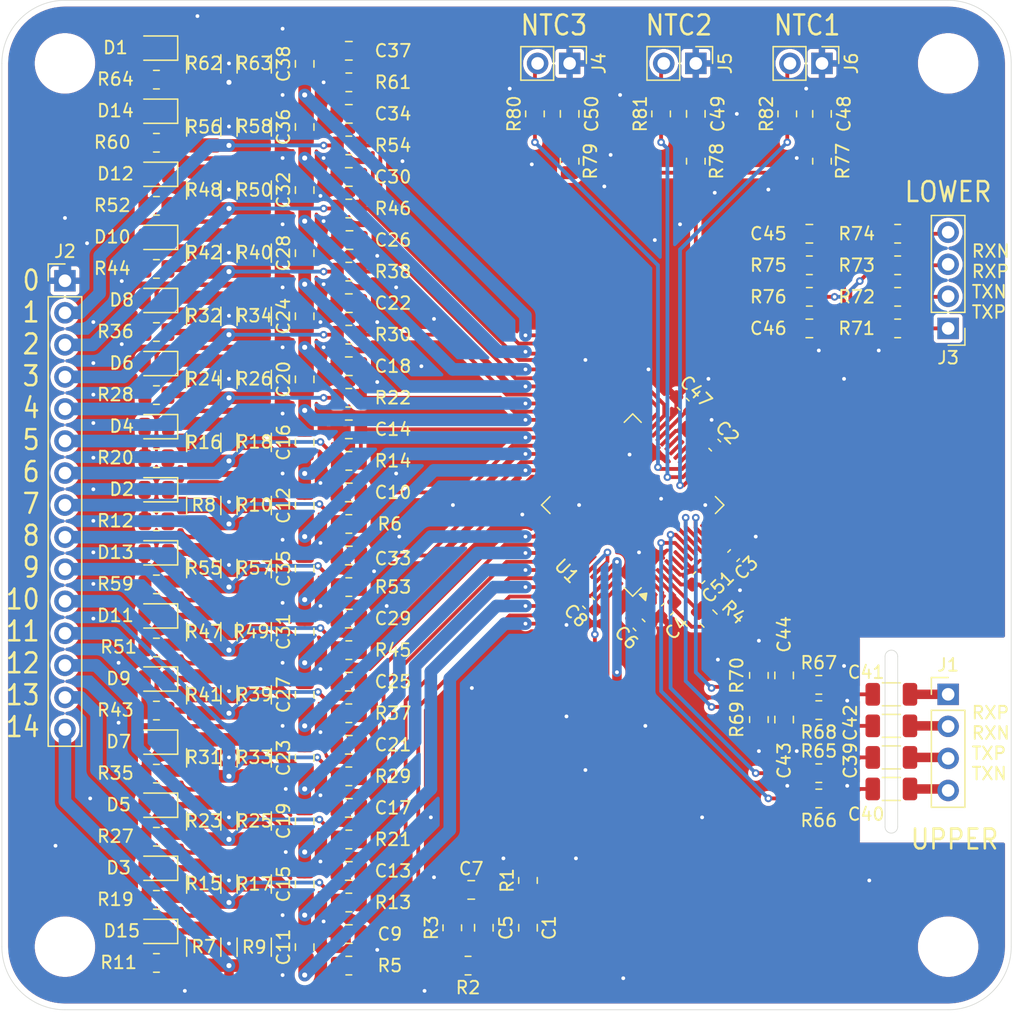
<source format=kicad_pcb>
(kicad_pcb (version 20240108) (generator "pcbnew") (generator_version "8.0")
  (title_block (title "aphid-ev BMS slave") (date "2024-07-23") (rev "1.0") (company "https://aphid-ev.se"))
  (layers (0 "F.Cu" signal) (31 "B.Cu" signal) (34 "B.Paste" user) (35 "F.Paste" user) (36 "B.SilkS" user "B.Silkscreen") (37 "F.SilkS" user "F.Silkscreen") (38 "B.Mask" user) (39 "F.Mask" user) (44 "Edge.Cuts" user))
  (net 0 "")
  (net 1 "/ADES1754/DCIN")
  (net 2 "Net-(C1-Pad1)")
  (net 3 "+3.3V")
  (net 4 "GND")
  (net 5 "VAA")
  (net 6 "Net-(U1-SHDNL)")
  (net 7 "/ADES1754/VBLK")
  (net 8 "Net-(U1-CPN)")
  (net 9 "Net-(U1-CPP)")
  (net 10 "/ADES1754/C14")
  (net 11 "/ADES1754/C7")
  (net 12 "/ADES1754/SW14")
  (net 13 "/ADES1754/SW13")
  (net 14 "/ADES1754/SW7")
  (net 15 "/ADES1754/SW6")
  (net 16 "/ADES1754/C13")
  (net 17 "/ADES1754/C6")
  (net 18 "/ADES1754/SW12")
  (net 19 "/ADES1754/SW5")
  (net 20 "/ADES1754/C12")
  (net 21 "/ADES1754/C5")
  (net 22 "/ADES1754/SW11")
  (net 23 "/ADES1754/SW4")
  (net 24 "/ADES1754/C11")
  (net 25 "/ADES1754/C4")
  (net 26 "/ADES1754/SW10")
  (net 27 "/ADES1754/C10")
  (net 28 "/ADES1754/C3")
  (net 29 "/ADES1754/SW9")
  (net 30 "/ADES1754/SW3")
  (net 31 "/ADES1754/SW2")
  (net 32 "/ADES1754/C9")
  (net 33 "/ADES1754/C2")
  (net 34 "/ADES1754/SW8")
  (net 35 "/ADES1754/SW1")
  (net 36 "/ADES1754/C8")
  (net 37 "/ADES1754/C1")
  (net 38 "/ADES1754/SW0")
  (net 39 "Net-(C39-Pad1)")
  (net 40 "/UART Isolation/ISO_TXUP")
  (net 41 "Net-(C40-Pad1)")
  (net 42 "/UART Isolation/ISO_TXUN")
  (net 43 "/UART Isolation/ISO_RXUP")
  (net 44 "Net-(C41-Pad1)")
  (net 45 "Net-(C42-Pad1)")
  (net 46 "/UART Isolation/ISO_RXUN")
  (net 47 "/ADES1754/RXUN")
  (net 48 "/ADES1754/RXUP")
  (net 49 "/ADES1754/RXLN")
  (net 50 "/ADES1754/RXLP")
  (net 51 "/ADES1754/THRM")
  (net 52 "/Temp Sensing/NTC1P")
  (net 53 "/Temp Sensing/NTC2P")
  (net 54 "/Temp Sensing/NTC3P")
  (net 55 "Net-(D1-A)")
  (net 56 "Net-(D2-A)")
  (net 57 "Net-(D3-A)")
  (net 58 "Net-(D4-A)")
  (net 59 "Net-(D5-A)")
  (net 60 "Net-(D6-A)")
  (net 61 "Net-(D7-A)")
  (net 62 "Net-(D8-A)")
  (net 63 "Net-(D9-A)")
  (net 64 "Net-(D10-A)")
  (net 65 "Net-(D11-A)")
  (net 66 "Net-(D12-A)")
  (net 67 "Net-(D13-A)")
  (net 68 "Net-(D14-A)")
  (net 69 "Net-(D15-A)")
  (net 70 "/ADES1754/HV")
  (net 71 "/ADES1754/CELL_TOP")
  (net 72 "Net-(U1-UARTSEL)")
  (net 73 "/Cell Interface/CELL7")
  (net 74 "/Cell Interface/CELL13")
  (net 75 "/Cell Interface/CELL6")
  (net 76 "/Cell Interface/CELL12")
  (net 77 "/Cell Interface/CELL5")
  (net 78 "/Cell Interface/CELL11")
  (net 79 "/Cell Interface/CELL4")
  (net 80 "/Cell Interface/CELL10")
  (net 81 "/Cell Interface/CELL3")
  (net 82 "/Cell Interface/CELL9")
  (net 83 "/Cell Interface/CELL2")
  (net 84 "/Cell Interface/CELL8")
  (net 85 "/Cell Interface/CELL1")
  (net 86 "/ADES1754/TXUP")
  (net 87 "/ADES1754/TXUN")
  (net 88 "/ADES1754/TXLP")
  (net 89 "/UART Isolation/ISO_TXLP")
  (net 90 "/ADES1754/TXLN")
  (net 91 "/UART Isolation/ISO_TXLN")
  (net 92 "/UART Isolation/ISO_RXLP")
  (net 93 "/UART Isolation/ISO_RXLN")
  (net 94 "/ADES1754/AUX2")
  (net 95 "/ADES1754/AUX1")
  (net 96 "/ADES1754/AUX0")
  (footprint "Capacitor_SMD:C_0805_2012Metric" (layer "F.Cu") (at 107 69 90)
    (property "Reference" "C49")
    (property "Value" "100nF")
  )
  (footprint "Resistor_SMD:R_0805_2012Metric" (layer "F.Cu") (at 97 72.75 -90)
    (property "Reference" "R79")
    (property "Value" "10k")
  )
  (footprint "Capacitor_SMD:C_0805_2012Metric" (layer "F.Cu") (at 79.5 94 180)
    (property "Reference" "C14")
    (property "Value" "100nF")
  )
  (footprint "Resistor_SMD:R_1210_3225Metric" (layer "F.Cu") (at 68 95.0375 90)
    (property "Reference" "R16")
    (property "Value" "22")
  )
  (footprint "Resistor_SMD:R_0805_2012Metric" (layer "F.Cu") (at 123 83.5)
    (property "Reference" "R72")
    (property "Value" "47")
  )
  (footprint "LED_SMD:LED_0805_2012Metric" (layer "F.Cu") (at 64.25 98.7875 180)
    (property "Reference" "D2")
    (property "Value" "LED")
  )
  (footprint "Resistor_SMD:R_0805_2012Metric" (layer "F.Cu") (at 64.25 111.2875 180)
    (property "Reference" "R51")
    (property "Value" "150")
  )
  (footprint "Resistor_SMD:R_0805_2012Metric" (layer "F.Cu") (at 64.25 91.2875 180)
    (property "Reference" "R28")
    (property "Value" "150")
  )
  (footprint "Resistor_SMD:R_1210_3225Metric" (layer "F.Cu") (at 72 130.0375 90)
    (property "Reference" "R17")
    (property "Value" "22")
  )
  (footprint "Resistor_SMD:R_0805_2012Metric" (layer "F.Cu") (at 93.7 129.75 90)
    (property "Reference" "R1")
    (property "Value" "30")
  )
  (footprint "Resistor_SMD:R_1210_3225Metric" (layer "F.Cu") (at 68 105.0375 90)
    (property "Reference" "R55")
    (property "Value" "22")
  )
  (footprint "Capacitor_SMD:C_0805_2012Metric" (layer "F.Cu") (at 79.5 134 180)
    (property "Reference" "C9")
    (property "Value" "100nF")
  )
  (footprint "Resistor_SMD:R_1210_3225Metric" (layer "F.Cu") (at 68 120.0375 90)
    (property "Reference" "R31")
    (property "Value" "22")
  )
  (footprint "Resistor_SMD:R_0805_2012Metric" (layer "F.Cu") (at 116 81)
    (property "Reference" "R75")
    (property "Value" "100k")
  )
  (footprint "LED_SMD:LED_0805_2012Metric" (layer "F.Cu") (at 64.25 108.7875 180)
    (property "Reference" "D11")
    (property "Value" "LED")
  )
  (footprint "Resistor_SMD:R_1210_3225Metric" (layer "F.Cu") (at 68 85.0375 90)
    (property "Reference" "R32")
    (property "Value" "22")
  )
  (footprint "Capacitor_SMD:C_0805_2012Metric" (layer "F.Cu") (at 76 115.0375 90)
    (property "Reference" "C27")
    (property "Value" "100nF")
  )
  (footprint "LED_SMD:LED_0805_2012Metric" (layer "F.Cu") (at 64.25 103.7875 180)
    (property "Reference" "D13")
    (property "Value" "LED")
  )
  (footprint "Capacitor_SMD:C_0603_1608Metric" (layer "F.Cu") (at 108.5 95.25 135)
    (property "Reference" "C2")
    (property "Value" "0.47uF")
  )
  (footprint "LED_SMD:LED_0805_2012Metric" (layer "F.Cu") (at 64.25 73.7875 180)
    (property "Reference" "D12")
    (property "Value" "LED")
  )
  (footprint "LED_SMD:LED_0805_2012Metric" (layer "F.Cu") (at 64.25 78.7875 180)
    (property "Reference" "D10")
    (property "Value" "LED")
  )
  (footprint "Resistor_SMD:R_1210_3225Metric" (layer "F.Cu") (at 68 100.0375 90)
    (property "Reference" "R8")
    (property "Value" "22")
  )
  (footprint "Resistor_SMD:R_0805_2012Metric" (layer "F.Cu") (at 64.25 116.2875 180)
    (property "Reference" "R43")
    (property "Value" "150")
  )
  (footprint "Resistor_SMD:R_0805_2012Metric" (layer "F.Cu") (at 79.5 101.5)
    (property "Reference" "R6")
    (property "Value" "1k")
  )
  (footprint "Capacitor_SMD:C_0603_1608Metric" (layer "F.Cu") (at 107.25 105.75 45)
    (property "Reference" "C51")
    (property "Value" "0.47uF")
  )
  (footprint "Package_QFP:LQFP-64_10x10mm_P0.5mm" (layer "F.Cu") (at 102 100 135)
    (property "Reference" "U1")
    (property "Value" "ADES1754")
  )
  (footprint "Resistor_SMD:R_0805_2012Metric" (layer "F.Cu") (at 79.5 116.5)
    (property "Reference" "R37")
    (property "Value" "1k")
  )
  (footprint "Capacitor_SMD:C_0805_2012Metric" (layer "F.Cu") (at 79.5 74 180)
    (property "Reference" "C30")
    (property "Value" "100nF")
  )
  (footprint "Resistor_SMD:R_0805_2012Metric" (layer "F.Cu") (at 114.25 69 90)
    (property "Reference" "R82")
    (property "Value" "10k")
  )
  (footprint "Capacitor_SMD:C_0603_1608Metric" (layer "F.Cu") (at 106 92 135)
    (property "Reference" "C47")
    (property "Value" "100nF")
  )
  (footprint "Resistor_SMD:R_1210_3225Metric" (layer "F.Cu") (at 68 70.0375 90)
    (property "Reference" "R56")
    (property "Value" "22")
  )
  (footprint "Resistor_SMD:R_1210_3225Metric" (layer "F.Cu") (at 72 105.0375 90)
    (property "Reference" "R57")
    (property "Value" "22")
  )
  (footprint "MountingHole:MountingHole_4.3mm_M4" (layer "F.Cu") (at 127 135)
    (property "Reference" "H4" (hide yes))
    (property "Value" "MountingHole")
  )
  (footprint "Connector_PinHeader_2.54mm:PinHeader_1x02_P2.54mm_Vertical" (layer "F.Cu") (at 117 65 -90)
    (property "Reference" "J6")
    (property "Value" "NTC1")
  )
  (footprint "Resistor_SMD:R_0805_2012Metric" (layer "F.Cu") (at 64.25 131.2875 180)
    (property "Reference" "R19")
    (property "Value" "150")
  )
  (footprint "Capacitor_SMD:C_0805_2012Metric" (layer "F.Cu") (at 89.2 130.5)
    (property "Reference" "C7")
    (property "Value" "0.47uF")
  )
  (footprint "Resistor_SMD:R_0805_2012Metric" (layer "F.Cu") (at 64.25 96.2875 180)
    (property "Reference" "R20")
    (property "Value" "150")
  )
  (footprint "Resistor_SMD:R_0805_2012Metric" (layer "F.Cu") (at 64.25 106.2875 180)
    (property "Reference" "R59")
    (property "Value" "150")
  )
  (footprint "Resistor_SMD:R_0805_2012Metric" (layer "F.Cu") (at 79.5 121.5)
    (property "Reference" "R29")
    (property "Value" "1k")
  )
  (footprint "Capacitor_SMD:C_0805_2012Metric" (layer "F.Cu") (at 79.5 104 180)
    (property "Reference" "C33")
    (property "Value" "100nF")
  )
  (footprint "Resistor_SMD:R_0805_2012Metric" (layer "F.Cu") (at 88.95 136.5)
    (property "Reference" "R2")
    (property "Value" "100")
  )
  (footprint "Resistor_SMD:R_0805_2012Metric" (layer "F.Cu") (at 64.25 101.2875 180)
    (property "Reference" "R12")
    (property "Value" "150")
  )
  (footprint "Resistor_SMD:R_1210_3225Metric" (layer "F.Cu") (at 68 65.0375 90)
    (property "Reference" "R62")
    (property "Value" "22")
  )
  (footprint "Capacitor_SMD:C_1206_3216Metric" (layer "F.Cu") (at 122.5 117.5)
    (property "Reference" "C42")
    (property "Value" "2.2nF 630V")
  )
  (footprint "Resistor_SMD:R_0805_2012Metric" (layer "F.Cu") (at 64.25 126.2875 180)
    (property "Reference" "R27")
    (property "Value" "150")
  )
  (footprint "Resistor_SMD:R_0805_2012Metric" (layer "F.Cu") (at 64.25 71.2875 180)
    (property "Reference" "R60")
    (property "Value" "150")
  )
  (footprint "Capacitor_SMD:C_1206_3216Metric" (layer "F.Cu") (at 122.5 122.5)
    (property "Reference" "C40")
    (property "Value" "2.2nF 630V")
  )
  (footprint "Resistor_SMD:R_0805_2012Metric" (layer "F.Cu") (at 79.5 76.5)
    (property "Reference" "R46")
    (property "Value" "1k")
  )
  (footprint "Capacitor_SMD:C_0603_1608Metric" (layer "F.Cu") (at 102.5 109.5 -45)
    (property "Reference" "C6")
    (property "Value" "1nF")
  )
  (footprint "Resistor_SMD:R_0805_2012Metric" (layer "F.Cu") (at 79.5 71.5)
    (property "Reference" "R54")
    (property "Value" "1k")
  )
  (footprint "Resistor_SMD:R_0805_2012Metric" (layer "F.Cu") (at 116 83.5)
    (property "Reference" "R76")
    (property "Value" "100k")
  )
  (footprint "Resistor_SMD:R_1210_3225Metric" (layer "F.Cu") (at 68 130.0375 90)
    (property "Reference" "R15")
    (property "Value" "22")
  )
  (footprint "Resistor_SMD:R_0805_2012Metric" (layer "F.Cu") (at 64.25 81.2875 180)
    (property "Reference" "R44")
    (property "Value" "150")
  )
  (footprint "Capacitor_SMD:C_0805_2012Metric" (layer "F.Cu") (at 76 130.0375 90)
    (property "Reference" "C15")
    (property "Value" "100nF")
  )
  (footprint "Capacitor_SMD:C_0603_1608Metric" (layer "F.Cu") (at 98.5 107.75 135)
    (property "Reference" "C8")
    (property "Value" "100nF 100V")
  )
  (footprint "Resistor_SMD:R_1210_3225Metric" (layer "F.Cu") (at 72 75.0375 90)
    (property "Reference" "R50")
    (property "Value" "22")
  )
  (footprint "Resistor_SMD:R_0805_2012Metric" (layer "F.Cu") (at 94.25 69 90)
    (property "Reference" "R80")
    (property "Value" "10k")
  )
  (footprint "Resistor_SMD:R_0805_2012Metric" (layer "F.Cu") (at 64.25 66.2875 180)
    (property "Reference" "R64")
    (property "Value" "150")
  )
  (footprint "Resistor_SMD:R_0805_2012Metric" (layer "F.Cu") (at 79.5 96.5)
    (property "Reference" "R14")
    (property "Value" "1k")
  )
  (footprint "Resistor_SMD:R_1210_3225Metric" (layer "F.Cu") (at 72 100.0375 90)
    (property "Reference" "R10")
    (property "Value" "22")
  )
  (footprint "Resistor_SMD:R_1210_3225Metric" (layer "F.Cu") (at 72 120.0375 90)
    (property "Reference" "R33")
    (property "Value" "22")
  )
  (footprint "Connector_PinHeader_2.54mm:PinHeader_1x04_P2.54mm_Vertical" (layer "F.Cu") (at 127 115)
    (property "Reference" "J1")
    (property "Value" "UPPER")
  )
  (footprint "Connector_PinHeader_2.54mm:PinHeader_1x15_P2.54mm_Vertical" (layer "F.Cu") (at 57 82.225)
    (property "Reference" "J2")
    (property "Value" "CELLS")
  )
  (footprint "Capacitor_SMD:C_0805_2012Metric" (layer "F.Cu") (at 117 69 90)
    (property "Reference" "C48")
    (property "Value" "100nF")
  )
  (footprint "Capacitor_SMD:C_0805_2012Metric" (layer "F.Cu") (at 79.5 109 180)
    (property "Reference" "C29")
    (property "Value" "100nF")
  )
  (footprint "Capacitor_SMD:C_0805_2012Metric" (layer "F.Cu") (at 114 113.5 -90)
    (property "Reference" "C44")
    (property "Value" "15pF")
  )
  (footprint "Connector_PinHeader_2.54mm:PinHeader_1x02_P2.54mm_Vertical" (layer "F.Cu") (at 97 65 -90)
    (property "Reference" "J4")
    (property "Value" "NTC3")
  )
  (footprint "Resistor_SMD:R_0805_2012Metric" (layer "F.Cu") (at 112 117 90)
    (property "Reference" "R69")
    (property "Value" "100k")
  )
  (footprint "Resistor_SMD:R_1210_3225Metric" (layer "F.Cu") (at 72 70.0375 90)
    (property "Reference" "R58")
    (property "Value" "22")
  )
  (footprint "Resistor_SMD:R_0805_2012Metric" (layer "F.Cu") (at 116.75 114.25)
    (property "Reference" "R67")
    (property "Value" "1.5k")
  )
  (footprint "Capacitor_SMD:C_0805_2012Metric" (layer "F.Cu") (at 93.7 133.5 -90)
    (property "Reference" "C1")
    (property "Value" "4.7uF")
  )
  (footprint "Capacitor_SMD:C_0805_2012Metric" (layer "F.Cu") (at 79.55 79 180)
    (property "Reference" "C26")
    (property "Value" "100nF")
  )
  (footprint "LED_SMD:LED_0805_2012Metric" (layer "F.Cu") (at 64.25 118.7875 180)
    (property "Reference" "D7")
    (property "Value" "LED")
  )
  (footprint "Resistor_SMD:R_0805_2012Metric" (layer "F.Cu") (at 79.5 106.5)
    (property "Reference" "R53")
    (property "Value" "1k")
  )
  (footprint "Resistor_SMD:R_1210_3225Metric" (layer "F.Cu") (at 72 125.0375 90)
    (property "Reference" "R25")
    (property "Value" "22")
  )
  (footprint "Capacitor_SMD:C_0805_2012Metric" (layer "F.Cu") (at 76 135.0375 90)
    (property "Reference" "C11")
    (property "Value" "100nF")
  )
  (footprint "Resistor_SMD:R_0805_2012Metric" (layer "F.Cu") (at 87.7 133.5 90)
    (property "Reference" "R3")
    (property "Value" "1k")
  )
  (footprint "Resistor_SMD:R_0805_2012Metric" (layer "F.Cu") (at 107 72.75 -90)
    (property "Reference" "R78")
    (property "Value" "10k")
  )
  (footprint "Capacitor_SMD:C_0805_2012Metric" (layer "F.Cu") (at 79.5 119 180)
    (property "Reference" "C21")
    (property "Value" "100nF")
  )
  (footprint "Resistor_SMD:R_0805_2012Metric" (layer "F.Cu") (at 79.5 136.5)
    (property "Reference" "R5")
    (property "Value" "1k")
  )
  (footprint "Connector_PinHeader_2.54mm:PinHeader_1x02_P2.54mm_Vertical" (layer "F.Cu") (at 107 65 -90)
    (property "Reference" "J5")
    (property "Value" "NTC2")
  )
  (footprint "Capacitor_SMD:C_0805_2012Metric" (layer "F.Cu") (at 76 70.0375 90)
    (property "Reference" "C36")
    (property "Value" "100nF")
  )
  (footprint "Resistor_SMD:R_1210_3225Metric" (layer "F.Cu") (at 72 65.0375 90)
    (property "Reference" "R63")
    (property "Value" "22")
  )
  (footprint "Resistor_SMD:R_0805_2012Metric" (layer "F.Cu") (at 79.5 81.5)
    (property "Reference" "R38")
    (property "Value" "1k")
  )
  (footprint "Capacitor_SMD:C_0805_2012Metric" (layer "F.Cu") (at 76 80.0375 90)
    (property "Reference" "C28")
    (property "Value" "100nF")
  )
  (footprint "Resistor_SMD:R_1210_3225Metric" (layer "F.Cu") (at 68 75.0375 90)
    (property "Reference" "R48")
    (property "Value" "22")
  )
  (footprint "Capacitor_SMD:C_0805_2012Metric" (layer "F.Cu") (at 76 65.0375 90)
    (property "Reference" "C38")
    (property "Value" "1uF")
  )
  (footprint "Resistor_SMD:R_1210_3225Metric" (layer "F.Cu") (at 72 95.0375 90)
    (property "Reference" "R18")
    (property "Value" "22")
  )
  (footprint "Capacitor_SMD:C_0805_2012Metric" (layer "F.Cu") (at 76 110.0375 90)
    (property "Reference" "C31")
    (property "Value" "100nF")
  )
  (footprint "Resistor_SMD:R_0805_2012Metric" (layer "F.Cu") (at 104.25 69 90)
    (property "Reference" "R81")
    (property "Value" "10k")
  )
  (footprint "Resistor_SMD:R_0805_2012Metric" (layer "F.Cu") (at 79.5 86.5)
    (property "Reference" "R30")
    (property "Value" "1k")
  )
  (footprint "LED_SMD:LED_0805_2012Metric" (layer "F.Cu") (at 64.25 123.7875 180)
    (property "Reference" "D5")
    (property "Value" "LED")
  )
  (footprint "Resistor_SMD:R_1210_3225Metric" (layer "F.Cu") (at 68 115.0375 90)
    (property "Reference" "R41")
    (property "Value" "22")
  )
  (footprint "Capacitor_SMD:C_0805_2012Metric" (layer "F.Cu") (at 79.5 84 180)
    (property "Reference" "C22")
    (property "Value" "100nF")
  )
  (footprint "Resistor_SMD:R_0805_2012Metric" (layer "F.Cu") (at 116.75 116.25)
    (property "Reference" "R68")
    (property "Value" "1.5k")
  )
  (footprint "Resistor_SMD:R_0805_2012Metric" (layer "F.Cu") (at 116.75 123.25)
    (property "Reference" "R66")
    (property "Value" "47")
  )
  (footprint "Resistor_SMD:R_1210_3225Metric" (layer "F.Cu") (at 72 110.0375 90)
    (property "Reference" "R49")
    (property "Value" "22")
  )
  (footprint "Resistor_SMD:R_0805_2012Metric" (layer "F.Cu") (at 116.75 121.25)
    (property "Reference" "R65")
    (property "Value" "47")
  )
  (footprint "Resistor_SMD:R_1210_3225Metric" (layer "F.Cu") (at 72 135.0375 90)
    (property "Reference" "R9")
    (property "Value" "22")
  )
  (footprint "Capacitor_SMD:C_0805_2012Metric" (layer "F.Cu") (at 97 69 90)
    (property "Reference" "C50")
    (property "Value" "100nF")
  )
  (footprint "Resistor_SMD:R_0805_2012Metric" (layer "F.Cu") (at 64.25 136.2875 180)
    (property "Reference" "R11")
    (property "Value" "150")
  )
  (footprint "Capacitor_SMD:C_0805_2012Metric" (layer "F.Cu") (at 76 95.0375 90)
    (property "Reference" "C16")
    (property "Value" "100nF")
  )
  (footprint "Resistor_SMD:R_0805_2012Metric" (layer "F.Cu") (at 123 78.5)
    (property "Reference" "R74")
    (property "Value" "1.5k")
  )
  (footprint "LED_SMD:LED_0805_2012Metric" (layer "F.Cu") (at 64.25 68.7875 180)
    (property "Reference" "D14")
    (property "Value" "LED")
  )
  (footprint "Capacitor_SMD:C_0805_2012Metric" (layer "F.Cu") (at 76 90.0375 90)
    (property "Reference" "C20")
    (property "Value" "100nF")
  )
  (footprint "LED_SMD:LED_0805_2012Metric" (layer "F.Cu") (at 64.25 128.7875 180)
    (property "Reference" "D3")
    (property "Value" "LED")
  )
  (footprint "Resistor_SMD:R_0805_2012Metric" (layer "F.Cu") (at 123 81)
    (property "Reference" "R73")
    (property "Value" "1.5k")
  )
  (footprint "Resistor_SMD:R_0805_2012Metric" (layer "F.Cu") (at 64.25 76.2875 180)
    (property "Reference" "R52")
    (property "Value" "150")
  )
  (footprint "Resistor_SMD:R_0805_2012Metric" (layer "F.Cu") (at 64.25 121.2875 180)
    (property "Reference" "R35")
    (property "Value" "150")
  )
  (footprint "Capacitor_SMD:C_1206_3216Metric" (layer "F.Cu") (at 122.5 120)
    (property "Reference" "C39")
    (property "Value" "2.2nF 630V")
  )
  (footprint "Resistor_SMD:R_0805_2012Metric" (layer "F.Cu") (at 108 109 -45)
    (property "Reference" "R4")
    (property "Value" "10k")
  )
  (footprint "Capacitor_SMD:C_0805_2012Metric" (layer "F.Cu") (at 76 100.0375 90)
    (property "Reference" "C12")
    (property "Value" "100nF")
  )
  (footprint "Capacitor_SMD:C_0603_1608Metric" (layer "F.Cu") (at 104.75 108.25 -135)
    (property "Reference" "C4")
    (property "Value" "1uF")
  )
  (footprint "Capacitor_SMD:C_0805_2012Metric" (layer "F.Cu") (at 79.5 69 180)
    (property "Reference" "C34")
    (property "Value" "100nF")
  )
  (footprint "Capacitor_SMD:C_0805_2012Metric" (layer "F.Cu") (at 79.5 99 180)
    (property "Reference" "C10")
    (property "Value" "100nF")
  )
  (footprint "Capacitor_SMD:C_0603_1608Metric" (layer "F.Cu") (at 110 104 45)
    (property "Reference" "C3")
    (property "Value" "0.47uF")
  )
  (footprint "MountingHole:MountingHole_4.3mm_M4" (layer "F.Cu") (at 57 65)
    (property "Reference" "H1" (hide yes))
    (property "Value" "MountingHole")
  )
  (footprint "MountingHole:MountingHole_4.3mm_M4" (layer "F.Cu") (at 127 65)
    (property "Reference" "H2" (hide yes))
    (property "Value" "MountingHole")
  )
  (footprint "Capacitor_SMD:C_0805_2012Metric" (layer "F.Cu") (at 76 85.0375 90)
    (property "Reference" "C24")
    (property "Value" "100nF")
  )
  (footprint "Capacitor_SMD:C_0805_2012Metric" (layer "F.Cu") (at 79.5 124 180)
    (property "Reference" "C17")
    (property "Value" "100nF")
  )
  (footprint "Capacitor_SMD:C_0805_2012Metric" (layer "F.Cu") (at 76 105.0375 90)
    (property "Reference" "C35")
    (property "Value" "100nF")
  )
  (footprint "Resistor_SMD:R_0805_2012Metric" (layer "F.Cu") (at 64.25 86.2875 180)
    (property "Reference" "R36")
    (property "Value" "150")
  )
  (footprint "Capacitor_SMD:C_0805_2012Metric" (layer "F.Cu") (at 76 125.0375 90)
    (property "Reference" "C19")
    (property "Value" "100nF")
  )
  (footprint "Resistor_SMD:R_1210_3225Metric" (layer "F.Cu") (at 72 115.0375 90)
    (property "Reference" "R39")
    (property "Value" "22")
  )
  (footprint "Resistor_SMD:R_0805_2012Metric" (layer "F.Cu") (at 117 72.75 -90)
    (property "Reference" "R77")
    (property "Value" "10k")
  )
  (footprint "Resistor_SMD:R_0805_2012Metric" (layer "F.Cu") (at 79.5 66.5)
    (property "Reference" "R61")
    (property "Value" "1k")
  )
  (footprint "Capacitor_SMD:C_0805_2012Metric" (layer "F.Cu") (at 79.5 89 180)
    (property "Reference" "C18")
    (property "Value" "100nF")
  )
  (footprint "Resistor_SMD:R_1210_3225Metric" (layer "F.Cu") (at 72 85.0375 90)
    (property "Reference" "R34")
    (property "Value" "22")
  )
  (footprint "Resistor_SMD:R_1210_3225Metric" (layer "F.Cu") (at 68 90.0375 90)
    (property "Reference" "R24")
    (property "Value" "22")
  )
  (footprint "Resistor_SMD:R_1210_3225Metric" (layer "F.Cu") (at 72 90.0375 90)
    (property "Reference" "R26")
    (property "Value" "22")
  )
  (footprint "Connector_PinHeader_2.54mm:PinHeader_1x04_P2.54mm_Vertical" (layer "F.Cu") (at 127 86 180)
    (property "Reference" "J3")
    (property "Value" "LOWER")
  )
  (footprint "Capacitor_SMD:C_0805_2012Metric" (layer "F.Cu") (at 76 120.0375 90)
    (property "Reference" "C23")
    (property "Value" "100nF")
  )
  (footprint "MountingHole:MountingHole_4.3mm_M4" (layer "F.Cu") (at 57 135)
    (property "Reference" "H3" (hide yes))
    (property "Value" "MountingHole")
  )
  (footprint "Capacitor_SMD:C_1206_3216Metric" (layer "F.Cu") (at 122.5 115)
    (property "Reference" "C41")
    (property "Value" "2.2nF 630V")
  )
  (footprint "Resistor_SMD:R_0805_2012Metric" (layer "F.Cu") (at 79.5 91.5)
    (property "Reference" "R22")
    (property "Value" "1k")
  )
  (footprint "Resistor_SMD:R_0805_2012Metric" (layer "F.Cu") (at 79.5 126.5)
    (property "Reference" "R21")
    (property "Value" "1k")
  )
  (footprint "LED_SMD:LED_0805_2012Metric" (layer "F.Cu") (at 64.25 88.7875 180)
    (property "Reference" "D6")
    (property "Value" "LED")
  )
  (footprint "Capacitor_SMD:C_0805_2012Metric" (layer "F.Cu") (at 116 78.5)
    (property "Reference" "C45")
    (property "Value" "15pF")
  )
  (footprint "Resistor_SMD:R_1210_3225Metric" (layer "F.Cu") (at 68 135.0375 90)
    (property "Reference" "R7")
    (property "Value" "22")
  )
  (footprint "Resistor_SMD:R_0805_2012Metric" (layer "F.Cu") (at 79.5 131.5)
    (property "Reference" "R13")
    (property "Value" "1k")
  )
  (footprint "Capacitor_SMD:C_0805_2012Metric" (layer "F.Cu") (at 79.5 64 180)
    (property "Reference" "C37")
    (property "Value" "100nF")
  )
  (footprint "Resistor_SMD:R_1210_3225Metric" (layer "F.Cu") (at 68 110.0375 90)
    (property "Reference" "R47")
    (property "Value" "22")
  )
  (footprint "Capacitor_SMD:C_0805_2012Metric" (layer "F.Cu") (at 79.5 114 180)
    (property "Reference" "C25")
    (property "Value" "100nF")
  )
  (footprint "Capacitor_SMD:C_0805_2012Metric" (layer "F.Cu") (at 90.2 133.5 90)
    (property "Reference" "C5")
    (property "Value" "2.2uF")
  )
  (footprint "LED_SMD:LED_0805_2012Metric" (layer "F.Cu") (at 64.25 83.7875 180)
    (property "Reference" "D8")
    (property "Value" "LED")
  )
  (footprint "Resistor_SMD:R_0805_2012Metric" (layer "F.Cu") (at 112 113.5 -90)
    (property "Reference" "R70")
    (property "Value" "100k")
  )
  (footprint "Resistor_SMD:R_1210_3225Metric" (layer "F.Cu") (at 72 80.0375 90)
    (property "Reference" "R40")
    (property "Value" "22")
  )
  (footprint "Capacitor_SMD:C_0805_2012Metric" (layer "F.Cu") (at 114 117 90)
    (property "Reference" "C43")
    (property "Value" "15pF")
  )
  (footprint "Capacitor_SMD:C_0805_2012Metric" (layer "F.Cu") (at 76 75.0375 90)
    (property "Reference" "C32")
    (property "Value" "100nF")
  )
  (footprint "LED_SMD:LED_0805_2012Metric" (layer "F.Cu") (at 64.25 133.7875 180)
    (property "Reference" "D15")
    (property "Value" "LED")
  )
  (footprint "Resistor_SMD:R_0805_2012Metric" (layer "F.Cu") (at 123 86)
    (property "Reference" "R71")
    (property "Value" "47")
  )
  (footprint "LED_SMD:LED_0805_2012Metric" (layer "F.Cu") (at 64.25 113.7875 180)
    (property "Reference" "D9")
    (property "Value" "LED")
  )
  (footprint "Resistor_SMD:R_1210_3225Metric" (layer "F.Cu") (at 68 80.0375 90)
    (property "Reference" "R42")
    (property "Value" "22")
  )
  (footprint "Capacitor_SMD:C_0805_2012Metric" (layer "F.Cu") (at 79.5 129 180)
    (property "Reference" "C13")
    (property "Value" "100nF")
  )
  (footprint "LED_SMD:LED_0805_2012Metric" (layer "F.Cu") (at 64.25 63.7875 180)
    (property "Reference" "D1")
    (property "Value" "LED")
  )
  (footprint "Capacitor_SMD:C_0805_2012Metric" (layer "F.Cu") (at 116 86)
    (property "Reference" "C46")
    (property "Value" "15pF")
  )
  (footprint "Resistor_SMD:R_0805_2012Metric" (layer "F.Cu") (at 79.5 111.5)
    (property "Reference" "R45")
    (property "Value" "1k")
  )
  (footprint "Resistor_SMD:R_1210_3225Metric" (layer "F.Cu") (at 68 125.0375 90)
    (property "Reference" "R23")
    (property "Value" "22")
  )
  (footprint "LED_SMD:LED_0805_2012Metric" (layer "F.Cu") (at 64.25 93.7875 180)
    (property "Reference" "D4")
    (property "Value" "LED")
  )
  (gr_line (start 52 135) (end 52 65) (stroke (width 0.05)) (layer "Edge.Cuts"))
  (gr_arc (start 123 125.5) (mid 122.5 126) (end 122 125.5) (stroke (width 0.05)) (layer "Edge.Cuts"))
  (gr_arc (start 57 140) (mid 53.464466 138.535534) (end 52 135) (stroke (width 0.05)) (layer "Edge.Cuts"))
  (gr_line (start 122 125.5) (end 122 112) (stroke (width 0.05)) (layer "Edge.Cuts"))
  (gr_arc (start 122 112) (mid 122.5 111.5) (end 123 112) (stroke (width 0.05)) (layer "Edge.Cuts"))
  (gr_arc (start 52 65) (mid 53.464466 61.464466) (end 57 60) (stroke (width 0.05)) (layer "Edge.Cuts"))
  (gr_line (start 132 65) (end 132 135) (stroke (width 0.05)) (layer "Edge.Cuts"))
  (gr_line (start 127 140) (end 57 140) (stroke (width 0.05)) (layer "Edge.Cuts"))
  (gr_line (start 57 60) (end 127 60) (stroke (width 0.05)) (layer "Edge.Cuts"))
  (gr_line (start 123 125.5) (end 123 112) (stroke (width 0.05)) (layer "Edge.Cuts"))
  (gr_arc (start 127 60) (mid 130.535534 61.464466) (end 132 65) (stroke (width 0.05)) (layer "Edge.Cuts"))
  (gr_arc (start 132 135) (mid 130.535534 138.535534) (end 127 140) (stroke (width 0.05)) (layer "Edge.Cuts"))
  (gr_text "0\n1\n2\n3\n4\n5\n6\n7\n8\n9\n10\n11\n12\n13\n14" (at 55.118 81.28 0) (layer "F.SilkS") (effects (font (size 1.57 1.4) (thickness 0.2)) (justify right top)))
  (gr_text "NTC3" (at 95.758 61.976 0) (layer "F.SilkS") (effects (font (size 1.57 1.4) (thickness 0.2))))
  (gr_text "LOWER" (at 127 75.184 0) (layer "F.SilkS") (effects (font (size 1.57 1.4) (thickness 0.2))))
  (gr_text "NTC2" (at 105.664 61.976 0) (layer "F.SilkS") (effects (font (size 1.57 1.4) (thickness 0.2))))
  (gr_text "RXN\nRXP\nTXN\nTXP" (at 128.778 82.296 0) (layer "F.SilkS") (effects (font (size 1 1)) (justify left)))
  (gr_text "RXP\nRXN\nTXP\nTXN" (at 128.778 118.872 0) (layer "F.SilkS") (effects (font (size 1 1)) (justify left)))
  (gr_text "NTC1" (at 115.824 61.976 0) (layer "F.SilkS") (effects (font (size 1.57 1.4) (thickness 0.2))))
  (gr_text "UPPER" (at 127.508 126.492 0) (layer "F.SilkS") (effects (font (size 1.57 1.4) (thickness 0.2))))
  (segment (start 94.8 134.45) (end 99.5 129.75) (width 0.75) (layer "F.Cu") (net 1))
  (segment (start 90.2 134.45) (end 93.7 134.45) (width 0.75) (layer "F.Cu") (net 1))
  (segment (start 99.5 129.75) (end 100.75 128.5) (width 0.75) (layer "F.Cu") (net 1))
  (segment (start 89.8625 134.7875) (end 90.2 134.45) (width 0.75) (layer "F.Cu") (net 1))
  (segment (start 93.7 134.45) (end 94.8 134.45) (width 0.75) (layer "F.Cu") (net 1))
  (segment (start 100.68198 104.5) (end 100.75 104.5) (width 0.3) (layer "F.Cu") (net 1))
  (segment (start 100.75 128.5) (end 100.75 113.25) (width 0.75) (layer "F.Cu") (net 1))
  (segment (start 89.8625 136.5) (end 89.8625 134.7875) (width 0.75) (layer "F.Cu") (net 1))
  (segment (start 99.578159 105.603821) (end 100.68198 104.5) (width 0.3) (layer "F.Cu") (net 1))
  (via (at 100.75 113.25) (size 0.6) (drill 0.3) (layers "F.Cu" "B.Cu") (net 1))
  (via (at 100.75 104.5) (size 0.6) (drill 0.3) (layers "F.Cu" "B.Cu") (net 1))
  (segment (start 100.75 113.25) (end 100.75 104.5) (width 0.75) (layer "B.Cu") (net 1))
  (segment (start 93.7 132.55) (end 93.7 130.6625) (width 0.75) (layer "F.Cu") (net 2))
  (segment (start 105.25 101.482234) (end 106.896714 103.128948) (width 0.3) (layer "F.Cu") (net 3))
  (segment (start 109.048008 96.84108) (end 109.048008 95.798008) (width 0.3) (layer "F.Cu") (net 3))
  (segment (start 107.957373 97.931713) (end 105.25 100.639086) (width 0.3) (layer "F.Cu") (net 3))
  (segment (start 107.815774 104.048008) (end 108.951992 104.048008) (width 0.3) (layer "F.Cu") (net 3))
  (segment (start 105.25 100.639086) (end 105.25 101.482234) (width 0.3) (layer "F.Cu") (net 3))
  (segment (start 106.896714 103.128948) (end 107.815774 104.048008) (width 0.3) (layer "F.Cu") (net 3))
  (segment (start 108.951992 104.048008) (end 109.451992 104.548008) (width 0.3) (layer "F.Cu") (net 3))
  (segment (start 107.957375 97.931713) (end 107.957373 97.931713) (width 0.3) (layer "F.Cu") (net 3))
  (segment (start 107.957375 97.931713) (end 109.048008 96.84108) (width 0.3) (layer "F.Cu") (net 3))
  (segment (start 108.84108 102.951992) (end 108.889086 103) (width 0.3) (layer "F.Cu") (net 4))
  (segment (start 105.451992 92.65892) (end 105.451992 91.451992) (width 0.3) (layer "F.Cu") (net 4))
  (segment (start 104.775394 94.749732) (end 105.396317 94.128809) (width 0.3) (layer "F.Cu") (net 4))
  (segment (start 104.068287 94.042625) (end 105.451992 92.65892) (width 0.3) (layer "F.Cu") (net 4))
  (segment (start 78.5875 66.5) (end 77.5 66.5) (width 0.3) (layer "F.Cu") (net 4))
  (segment (start 110.096016 103) (end 110.548008 103.451992) (width 0.3) (layer "F.Cu") (net 4))
  (segment (start 104.335658 108.664342) (end 104.201992 108.798008) (width 0.3) (layer "F.Cu") (net 4))
  (segment (start 107.378809 94.128809) (end 107.951992 94.701992) (width 0.3) (layer "F.Cu") (net 4))
  (segment (start 65.1625 66.2875) (end 67.7875 66.2875) (width 0.5) (layer "F.Cu") (net 4))
  (segment (start 105.128948 104.896714) (end 105.74987 105.517638) (width 0.3) (layer "F.Cu") (net 4))
  (segment (start 106.944454 94.701992) (end 107.951992 94.701992) (width 0.3) (layer "F.Cu") (net 4))
  (segment (start 108.889086 103) (end 110.096016 103) (width 0.3) (layer "F.Cu") (net 4))
  (segment (start 107.957375 102.068287) (end 108.84108 102.951992) (width 0.3) (layer "F.Cu") (net 4))
  (segment (start 68 66.5) (end 70 66.5) (width 1) (layer "F.Cu") (net 4))
  (segment (start 105.836054 104.189608) (end 106.848438 105.201992) (width 0.3) (layer "F.Cu") (net 4))
  (segment (start 105.836054 95.810392) (end 106.944454 94.701992) (width 0.3) (layer "F.Cu") (net 4))
  (segment (start 106.099016 105.517638) (end 106.414662 105.201992) (width 0.3) (layer "F.Cu") (net 4))
  (segment (start 103.714734 106.310928) (end 104.335658 106.931852) (width 0.3) (layer "F.Cu") (net 4))
  (segment (start 104.335658 106.931852) (end 104.335658 108.664342) (width 0.3) (layer "F.Cu") (net 4))
  (segment (start 105.396317 94.128809) (end 107.378809 94.128809) (width 0.3) (layer "F.Cu") (net 4))
  (segment (start 106.848438 105.201992) (end 107.798008 105.201992) (width 0.3) (layer "F.Cu") (net 4))
  (segment (start 106.414662 105.201992) (end 107.798008 105.201992) (width 0.3) (layer "F.Cu") (net 4))
  (segment (start 67.7875 66.2875) (end 68 66.5) (width 0.5) (layer "F.Cu") (net 4))
  (segment (start 105.74987 105.517638) (end 106.099016 105.517638) (width 0.3) (layer "F.Cu") (net 4))
  (segment (start 70 66.5) (end 72 66.5) (width 1) (layer "F.Cu") (net 4))
  (via (at 110.25 69) (size 0.6) (drill 0.3) (layers "F.Cu" "B.Cu") (net 4))
  (via (at 83.25 97.5) (size 0.6) (drill 0.3) (layers "F.Cu" "B.Cu") (net 4))
  (via (at 61.25 117.25) (size 0.6) (drill 0.3) (layers "F.Cu" "B.Cu") (net 4))
  (via (at 77.25 108) (size 0.6) (drill 0.3) (layers "F.Cu" "B.Cu") (net 4))
  (via (at 77.5 82.5) (size 0.6) (drill 0.3) (layers "F.Cu" "B.Cu") (net 4))
  (via (at 74.25 132.5) (size 0.6) (drill 0.3) (layers "F.Cu" "B.Cu") (net 4))
  (via (at 66.5 138.5) (size 0.6) (drill 0.3) (layers "F.Cu" "B.Cu") (net 4))
  (via (at 77.25 103) (size 0.6) (drill 0.3) (layers "F.Cu" "B.Cu") (net 4))
  (via (at 67.5 61.25) (size 0.6) (drill 0.3) (layers "F.Cu" "B.Cu") (net 4))
  (via (at 77.5 72.5) (size 0.6) (drill 0.3) (layers "F.Cu" "B.Cu") (net 4))
  (via (at 83.5 102.5) (size 0.6) (drill 0.3) (layers "F.Cu" "B.Cu") (net 4))
  (via (at 81.5 105.25) (size 0.6) (drill 0.3) (layers "F.Cu" "B.Cu") (net 4))
  (via (at 81.75 80.25) (size 0.6) (drill 0.3) (layers "F.Cu" "B.Cu") (net 4))
  (via (at 111.75 102.5) (size 0.6) (drill 0.3) (layers "F.Cu" "B.Cu") (net 4))
  (via (at 112 110.75) (size 0.6) (drill 0.3) (layers "F.Cu" "B.Cu") (net 4))
  (via (at 61.5 82.25) (size 0.6) (drill 0.3) (layers "F.Cu" "B.Cu") (net 4))
  (via (at 101 67.5) (size 0.6) (drill 0.3) (layers "F.Cu" "B.Cu") (net 4))
  (via (at 89.25 114.5) (size 0.6) (drill 0.3) (layers "F.Cu" "B.Cu") (net 4))
  (via (at 59.25 109) (size 0.6) (drill 0.3) (layers "F.Cu" "B.Cu") (net 4))
  (via (at 83.75 72.75) (size 0.6) (drill 0.3) (layers "F.Cu" "B.Cu") (net 4))
  (via (at 70 75) (size 0.6) (drill 0.3) (layers "F.Cu" "B.Cu") (net 4))
  (via (at 98.25 88.5) (size 0.6) (drill 0.3) (layers "F.Cu" "B.Cu") (net 4))
  (via (at 57 77.25) (size 0.6) (drill 0.3) (layers "F.Cu" "B.Cu") (net 4))
  (via (at 92.25 67) (size 0.6) (drill 0.3) (layers "F.Cu" "B.Cu") (net 4))
  (via (at 59.25 85.5) (size 0.6) (drill 0.3) (layers "F.Cu" "B.Cu") (net 4))
  (via (at 102.5 103.75) (size 0.6) (drill 0.3) (layers "F.Cu" "B.Cu") (net 4))
  (via (at 74.5 127.5) (size 0.6) (drill 0.3) (layers "F.Cu" "B.Cu") (net 4))
  (via (at 96.75 109.5) (size 0.6) (drill 0.3) (layers "F.Cu" "B.Cu") (net 4))
  (via (at 77.5 77.5) (size 0.6) (drill 0.3) (layers "F.Cu" "B.Cu") (net 4))
  (via (at 77.25 118) (size 0.6) (drill 0.3) (layers "F.Cu" "B.Cu") (net 4))
  (via (at 77.25 98.25) (size 0.6) (drill 0.3) (layers "F.Cu" "B.Cu") (net 4))
  (via (at 118.75 90) (size 0.6) (drill 0.3) (layers "F.Cu" "B.Cu") (net 4))
  (via (at 81.75 85.5) (size 0.6) (drill 0.3) (layers "F.Cu" "B.Cu") (net 4))
  (via (at 61.25 112.5) (size 0.6) (drill 0.3) (layers "F.Cu" "B.Cu") (net 4))
  (via (at 77.5 87.5) (size 0.6) (drill 0.3) (layers "F.Cu" "B.Cu") (net 4))
  (via (at 74.25 77.75) (size 0.6) (drill 0.3) (layers "F.Cu" "B.Cu") (net 4))
  (via (at 74.25 72.5) (size 0.6) (drill 0.3) (layers "F.Cu" "B.Cu") (net 4))
  (via (at 87.75 100) (size 0.6) (drill 0.3) (layers "F.Cu" "B.Cu") (net 4))
  (via (at 77.5 133) (size 0.6) (drill 0.3) (layers "F.Cu" "B.Cu") (net 4))
  (via (at 70 85) (size 0.6) (drill 0.3) (layers "F.Cu" "B.Cu") (net 4))
  (via (at 70 80) (size 0.6) (drill 0.3) (layers "F.Cu" "B.Cu") (net 4))
  (via (at 96.75 116.75) (size 0.6) (drill 0.3) (layers "F.Cu" "B.Cu") (net 4))
  (via (at 74.25 92.75) (size 0.6) (drill 0.3) (layers "F.Cu" "B.Cu") (net 4))
  (via (at 74.25 62.25) (size 0.6) (drill 0.3) (layers "F.Cu" "B.Cu") (net 4))
  (via (at 112.75 75) (size 0.6) (drill 0.3) (layers "F.Cu" "B.Cu") (net 4))
  (via (at 107.75 100) (size 0.6) (drill 0.3) (layers "F.Cu" "B.Cu") (net 4))
  (via (at 85.5 138.5) (size 0.6) (drill 0.3) (layers "F.Cu" "B.Cu") (net 4))
  (via (at 103.75 79) (size 0.6) (drill 0.3) (layers "F.Cu" "B.Cu") (net 4))
  (via (at 120.75 129.75) (size 0.6) (drill 0.3) (layers "F.Cu" "B.Cu") (net 4))
  (via (at 118.75 112.75) (size 0.6) (drill 0.3) (layers "F.Cu" "B.Cu") (net 4))
  (via (at 115 72.5) (size 0.6) (drill 0.3) (layers "F.Cu" "B.Cu") (net 4))
  (via (at 74.25 82.75) (size 0.6) (drill 0.3) (layers "F.Cu" "B.Cu") (net 4))
  (via (at 114.25 122.25) (size 0.6) (drill 0.3) (layers "F.Cu" "B.Cu") (net 4))
  (via (at 103 117.5) (size 0.6) (drill 0.3) (layers "F.Cu" "B.Cu") (net 4))
  (via (at 74.5 122.5) (size 0.6) (drill 0.3) (layers "F.Cu" "B.Cu") (net 4))
  (via (at 83.25 82.75) (size 0.6) (drill 0.3) (layers "F.Cu" "B.Cu") (net 4))
  (via (at 98.25 121) (size 0.6) (drill 0.3) (layers "F.Cu" "B.Cu") (net 4))
  (via (at 70 70) (size 0.6) (drill 0.3) (layers "F.Cu" "B.Cu") (net 4))
  (via (at 108.5 75.25) (size 0.6) (drill 0.3) (layers "F.Cu" "B.Cu") (net 4))
  (via (at 108.25 93.25) (size 0.6) (drill 0.3) (layers "F.Cu" "B.Cu") (net 4))
  (via (at 119 115.5) (size 0.6) (drill 0.3) (layers "F.Cu" "B.Cu") (net 4))
  (via (at 59.25 103.75) (size 0.6) (drill 0.3) (layers "F.Cu" "B.Cu") (net 4))
  (via (at 85.25 89) (size 0.6) (drill 0.3) (layers "F.Cu" "B.Cu") (net 4))
  (via (at 108.75 112.25) (size 0.6) (drill 0.3) (layers "F.Cu" "B.Cu") (net 4))
  (via (at 97.75 100) (size 0.6) (drill 0.3) (layers "F.Cu" "B.Cu") (net 4))
  (via (at 70 66.5) (size 0.7) (drill 0.4) (layers "F.Cu" "B.Cu") (net 4))
  (via (at 77.25 85.5) (size 0.6) (drill 0.3) (layers "F.Cu" "B.Cu") (net 4))
  (via (at 74.25 67.5) (size 0.6) (drill 0.3) (layers "F.Cu" "B.Cu") (net 4))
  (via (at 59.25 91.25) (size 0.6) (drill 0.3) (layers "F.Cu" "B.Cu") (net 4))
  (via (at 59.25 93.5) (size 0.6) (drill 0.3) (layers "F.Cu" "B.Cu") (net 4))
  (via (at 112 119.5) (size 0.6) (drill 0.3) (layers "F.Cu" "B.Cu") (net 4))
  (via (at 74.25 117.5) (size 0.6) (drill 0.3) (layers "F.Cu" "B.Cu") (net 4))
  (via (at 61.5 87.25) (size 0.6) (drill 0.3) (layers "F.Cu" "B.Cu") (net 4))
  (via (at 77.25 113) (size 0.6) (drill 0.3) (layers "F.Cu" "B.Cu") (net 4))
  (via (at 86.25 85.25) (size 0.6) (drill 0.3) (layers "F.Cu" "B.Cu") (net 4))
  (via (at 77.25 123) (size 0.6) (drill 0.3) (layers "F.Cu" "B.Cu") (net 4))
  (via (at 70 124.75) (size 0.6) (drill 0.3) (layers "F.Cu" "B.Cu") (net 4))
  (via (at 74.25 107.75) (size 0.6) (drill 0.3) (layers "F.Cu" "B.Cu") (net 4))
  (via (at 101.75 96) (size 0.6) (drill 0.3) (layers "F.Cu" "B.Cu") (net 4))
  (via (at 105.75 77.75) (size 0.6) (drill 0.3) (layers "F.Cu" "B.Cu") (net 4))
  (via (at 91.75 128) (size 0.6) (drill 0.3) (layers "F.Cu" "B.Cu") (net 4))
  (via (at 115.75 67) (size 0.6) (drill 0.3) (layers "F.Cu" "B.Cu") (net 4))
  (via (at 70 134.75) (size 0.6) (drill 0.3) (layers "F.Cu" "B.Cu") (net 4))
  (via (at 81.75 90.25) (size 0.6) (drill 0.3) (layers "F.Cu" "B.Cu") (net 4))
  (via (at 100.25 72.25) (size 0.6) (drill 0.3) (layers "F.Cu" "B.Cu") (net 4))
  (via (at 74.25 87.5) (size 0.6) (drill 0.3) (layers "F.Cu" "B.Cu") (net 4))
  (via (at 74.25 97.5) (size 0.6) (drill 0.3) (layers "F.Cu" "B.Cu") (net 4))
  (via (at 77.25 75.5) (size 0.6) (drill 0.3) (layers "F.Cu" "B.Cu") (net 4))
  (via (at 86.25 129.5) (size 0.6) (drill 0.3) (layers "F.Cu" "B.Cu") (net 4))
  (via (at 56.25 127) (size 0.6) (drill 0.3) (layers "F.Cu" "B.Cu") (net 4))
  (via (at 93.25 100.75) (size 0.6) (drill 0.3) (layers "F.Cu" "B.Cu") (net 4))
  (via (at 101.25 137.5) (size 0.6) (drill 0.3) (layers "F.Cu" "B.Cu") (net 4))
  (via (at 74.25 112.5) (size 0.6) (drill 0.3) (layers "F.Cu" "B.Cu") (net 4))
  (via (at 70 129.75) (size 0.6) (drill 0.3) (layers "F.Cu" "B.Cu") (net 4))
  (via (at 59.25 98.75) (size 0.6) (drill 0.3) (layers "F.Cu" "B.Cu") (net 4))
  (via (at 121.5 87.75) (size 0.6) (drill 0.3) (layers "F.Cu" "B.Cu") (net 4))
  (via (at 59.25 101.25) (size 0.6) (drill 0.3) (layers "F.Cu" "B.Cu") (net 4))
  (via (at 74.25 137.25) (size 0.6) (drill 0.3) (layers "F.Cu" "B.Cu") (net 4))
  (via (at 86 124.75) (size 0.6) (drill 0.3) (layers "F.Cu" "B.Cu") (net 4))
  (via (at 70 65) (size 0.6) (drill 0.3) (layers "F.Cu" "B.Cu") (net 4))
  (via (at 108 90) (size 0.6) (drill 0.3) (layers "F.Cu" "B.Cu") (net 4))
  (via (at 59.25 88.75) (size 0.6) (drill 0.3) (layers "F.Cu" "B.Cu") (net 4))
  (via (at 70 104.75) (size 0.6) (drill 0.3) (layers "F.Cu" "B.Cu") (net 4))
  (via (at 97.5 128) (size 0.6) (drill 0.3) (layers "F.Cu" "B.Cu") (net 4))
  (via (at 82.5 108) (size 0.6) (drill 0.3) (layers "F.Cu" "B.Cu") (net 4))
  (via (at 119 122.25) (size 0.6) (drill 0.3) (layers "F.Cu" "B.Cu") (net 4))
  (via (at 110.5 106.75) (size 0.6) (drill 0.3) (layers "F.Cu" "B.Cu") (net 4))
  (via (at 104.25 99.5) (size 0.6) (drill 0.3) (layers "F.Cu" "B.Cu") (net 4))
  (via (at 58.75 79.25) (size 0.6) (drill 0.3) (layers "F.Cu" "B.Cu") (net 4))
  (via (at 70 90) (size 0.6) (drill 0.3) (layers "F.Cu" "B.Cu") (net 4))
  (via (at 94 73) (size 0.6) (drill 0.3) (layers "F.Cu" "B.Cu") (net 4))
  (via (at 81.75 135.25) (size 0.6) (drill 0.3) (layers "F.Cu" "B.Cu") (net 4))
  (via (at 70 114.75) (size 0.6) (drill 0.3) (layers "F.Cu" "B.Cu") (net 4))
  (via (at 77.5 66.5) (size 0.6) (drill 0.3) (layers "F.Cu" "B.Cu") (net 4))
  (via (at 77.25 128.25) (size 0.6) (drill 0.3) (layers "F.Cu" "B.Cu") (net 4))
  (via (at 103.25 89.25) (size 0.6) (drill 0.3) (layers "F.Cu" "B.Cu") (net 4))
  (via (at 59 123.25) (size 0.6) (drill 0.3) (layers "F.Cu" "B.Cu") (net 4))
  (via (at 116.75 87.75) (size 0.6) (drill 0.3) (layers "F.Cu" "B.Cu") (net 4))
  (via (at 74.25 102.75) (size 0.6) (drill 0.3) (layers "F.Cu" "B.Cu") (net 4))
  (via (at 59.25 96.25) (size 0.6) (drill 0.3) (layers "F.Cu" "B.Cu") (net 4))
  (via (at 99.75 74.75) (size 0.6) (drill 0.3) (layers "F.Cu" "B.Cu") (net 4))
  (via (at 107.5 124.75) (size 0.6) (drill 0.3) (layers "F.Cu" "B.Cu") (net 4))
  (via (at 70 99.75) (size 0.6) (drill 0.3) (layers "F.Cu" "B.Cu") (net 4))
  (via (at 59.25 106.25) (size 0.6) (drill 0.3) (layers "F.Cu" "B.Cu") (net 4))
  (via (at 115 119.5) (size 0.6) (drill 0.3) (layers "F.Cu" "B.Cu") (net 4))
  (segment (start 57 79.5) (end 70 66.5) (width 1) (layer "B.Cu") (net 4))
  (segment (start 57 82.225) (end 57 79.5) (width 1) (layer "B.Cu") (net 4))
  (segment (start 77.5 66.5) (end 70 66.5) (width 0.3) (layer "B.Cu") (net 4))
  (segment (start 105.298008 107.701992) (end 105.298008 108.26376) (width 0.3) (layer "F.Cu") (net 5))
  (segment (start 107.26376 106.298008) (end 108.645235 107.679483) (width 0.3) (layer "F.Cu") (net 5))
  (segment (start 105.823134 106.298008) (end 106.701992 106.298008) (width 0.3) (layer "F.Cu") (net 5))
  (segment (start 104.775394 105.250268) (end 105.823134 106.298008) (width 0.3) (layer "F.Cu") (net 5))
  (segment (start 108.645235 107.679483) (end 108.645235 109.645235) (width 0.3) (layer "F.Cu") (net 5))
  (segment (start 104.068287 105.957375) (end 105.298008 107.187096) (width 0.3) (layer "F.Cu") (net 5))
  (segment (start 106.679483 109.645235) (end 108.645235 109.645235) (width 0.3) (layer "F.Cu") (net 5))
  (segment (start 106.701992 106.298008) (end 107.26376 106.298008) (width 0.3) (layer "F.Cu") (net 5))
  (segment (start 105.298008 108.26376) (end 106.679483 109.645235) (width 0.3) (layer "F.Cu") (net 5))
  (segment (start 105.298008 107.187096) (end 105.298008 107.701992) (width 0.3) (layer "F.Cu") (net 5))
  (segment (start 103.75 107.75) (end 102.548008 108.951992) (width 0.3) (layer "F.Cu") (net 6))
  (segment (start 103.75 107.0533) (end 103.75 107.75) (width 0.3) (layer "F.Cu") (net 6))
  (segment (start 103.361181 106.664481) (end 103.75 107.0533) (width 0.3) (layer "F.Cu") (net 6))
  (segment (start 102.548008 108.951992) (end 101.951992 108.951992) (width 0.3) (layer "F.Cu") (net 6))
  (segment (start 99 118.5) (end 99 110.25) (width 0.3) (layer "F.Cu") (net 7))
  (segment (start 87.7 131.05) (end 88.25 130.5) (width 0.3) (layer "F.Cu") (net 7))
  (segment (start 100 103.75) (end 100 104.474874) (width 0.3) (layer "F.Cu") (net 7))
  (segment (start 88.25 129.25) (end 99 118.5) (width 0.3) (layer "F.Cu") (net 7))
  (segment (start 100 104.474874) (end 99.224606 105.250268) (width 0.3) (layer "F.Cu") (net 7))
  (segment (start 87.7 132.5875) (end 87.7 131.05) (width 0.3) (layer "F.Cu") (net 7))
  (segment (start 88.25 130.5) (end 88.25 129.25) (width 0.3) (layer "F.Cu") (net 7))
  (via (at 100 103.75) (size 0.6) (drill 0.3) (layers "F.Cu" "B.Cu") (net 7))
  (via (at 99 110.25) (size 0.6) (drill 0.3) (layers "F.Cu" "B.Cu") (net 7))
  (segment (start 99 110.25) (end 99 104.75) (width 0.3) (layer "B.Cu") (net 7))
  (segment (start 99 104.75) (end 100 103.75) (width 0.3) (layer "B.Cu") (net 7))
  (segment (start 99.931713 105.957375) (end 98.687096 107.201992) (width 0.3) (layer "F.Cu") (net 8))
  (segment (start 98.687096 107.201992) (end 97.951992 107.201992) (width 0.3) (layer "F.Cu") (net 8))
  (segment (start 99.048008 107.548186) (end 99.048008 108.298008) (width 0.3) (layer "F.Cu") (net 9))
  (segment (start 100.285266 106.310928) (end 99.048008 107.548186) (width 0.3) (layer "F.Cu") (net 9))
  (segment (start 80.45 136.4625) (end 80.4125 136.5) (width 0.3) (layer "F.Cu") (net 10))
  (segment (start 85 116) (end 85 130.75) (width 0.3) (layer "F.Cu") (net 10))
  (segment (start 81.75 134) (end 80.45 134) (width 0.3) (layer "F.Cu") (net 10))
  (segment (start 92.25 108.75) (end 85 116) (width 0.3) (layer "F.Cu") (net 10))
  (segment (start 85 130.75) (end 81.75 134) (width 0.3) (layer "F.Cu") (net 10))
  (segment (start 94.310658 108.75) (end 92.25 108.75) (width 0.3) (layer "F.Cu") (net 10))
  (segment (start 80.45 134) (end 80.45 136.4625) (width 0.3) (layer "F.Cu") (net 10))
  (segment (start 98.517499 104.543161) (end 98.517497 104.543161) (width 0.3) (layer "F.Cu") (net 10))
  (segment (start 98.517497 104.543161) (end 94.310658 108.75) (width 0.3) (layer "F.Cu") (net 10))
  (segment (start 88.75 99) (end 80.45 99) (width 0.3) (layer "F.Cu") (net 11))
  (segment (start 80.45 99) (end 80.45 101.4625) (width 0.3) (layer "F.Cu") (net 11))
  (segment (start 92.45 95.3) (end 88.75 99) (width 0.3) (layer "F.Cu") (net 11))
  (segment (start 80.45 101.4625) (end 80.4125 101.5) (width 0.3) (layer "F.Cu") (net 11))
  (segment (start 94.825126 95.3) (end 92.45 95.3) (width 0.3) (layer "F.Cu") (net 11))
  (segment (start 96.749732 97.224606) (end 94.825126 95.3) (width 0.3) (layer "F.Cu") (net 11))
  (segment (start 94.367766 109.4) (end 93.5 109.4) (width 0.3) (layer "F.Cu") (net 12))
  (segment (start 68 133.575) (end 72 133.575) (width 1) (layer "F.Cu") (net 12))
  (segment (start 74.9875 135.9875) (end 72.575 133.575) (width 1) (layer "F.Cu") (net 12))
  (segment (start 67.7875 133.7875) (end 68 133.575) (width 0.5) (layer "F.Cu") (net 12))
  (segment (start 65.1875 133.7875) (end 67.7875 133.7875) (width 0.5) (layer "F.Cu") (net 12))
  (segment (start 72.575 133.575) (end 72 133.575) (width 1) (layer "F.Cu") (net 12))
  (segment (start 76 135.9875) (end 74.9875 135.9875) (width 1) (layer "F.Cu") (net 12))
  (segment (start 98.871052 104.896714) (end 94.367766 109.4) (width 0.3) (layer "F.Cu") (net 12))
  (segment (start 76 135.9875) (end 76 137.25) (width 1) (layer "F.Cu") (net 12))
  (via (at 93.5 109.4) (size 0.6) (drill 0.3) (layers "F.Cu" "B.Cu") (net 12))
  (via (at 76 137.25) (size 0.7) (drill 0.4) (layers "F.Cu" "B.Cu") (net 12))
  (segment (start 87.5 113.75) (end 91.85 109.4) (width 1) (layer "B.Cu") (net 12))
  (segment (start 87.5 125.75) (end 87.5 113.75) (width 1) (layer "B.Cu") (net 12))
  (segment (start 91.85 109.4) (end 93.5 109.4) (width 1) (layer "B.Cu") (net 12))
  (segment (start 76 137.25) (end 87.5 125.75) (width 1) (layer "B.Cu") (net 12))
  (segment (start 76 130.9875) (end 74.9875 130.9875) (width 1) (layer "F.Cu") (net 13))
  (segment (start 72.575 128.575) (end 72 128.575) (width 1) (layer "F.Cu") (net 13))
  (segment (start 67.7875 128.7875) (end 68 128.575) (width 0.5) (layer "F.Cu") (net 13))
  (segment (start 68 128.575) (end 72 128.575) (width 1) (layer "F.Cu") (net 13))
  (segment (start 74.9875 130.9875) (end 72.575 128.575) (width 1) (layer "F.Cu") (net 13))
  (segment (start 98.163946 104.189608) (end 94.353554 108) (width 0.3) (layer "F.Cu") (net 13))
  (segment (start 65.1875 128.7875) (end 67.7875 128.7875) (width 0.5) (layer "F.Cu") (net 13))
  (segment (start 94.353554 108) (end 93.5 108) (width 0.3) (layer "F.Cu") (net 13))
  (segment (start 76 130.9875) (end 76 132.5) (width 1) (layer "F.Cu") (net 13))
  (segment (start 76 134.0875) (end 76 132.5) (width 1) (layer "F.Cu") (net 13))
  (via (at 76 132.5) (size 0.7) (drill 0.4) (layers "F.Cu" "B.Cu") (net 13))
  (via (at 93.5 108) (size 0.6) (drill 0.3) (layers "F.Cu" "B.Cu") (net 13))
  (segment (start 86 122.5) (end 86 113.197056) (width 1) (layer "B.Cu") (net 13))
  (segment (start 91.197056 108) (end 93.5 108) (width 1) (layer "B.Cu") (net 13))
  (segment (start 86 113.197056) (end 91.197056 108) (width 1) (layer "B.Cu") (net 13))
  (segment (start 76 132.5) (end 86 122.5) (width 1) (layer "B.Cu") (net 13))
  (segment (start 76 100.9875) (end 76 102.5) (width 1) (layer "F.Cu") (net 14))
  (segment (start 65.1875 98.7875) (end 67.7875 98.7875) (width 0.5) (layer "F.Cu") (net 14))
  (segment (start 68 98.575) (end 72 98.575) (width 1) (layer "F.Cu") (net 14))
  (segment (start 94.76802 95.95) (end 93.5 95.95) (width 0.3) (layer "F.Cu") (net 14))
  (segment (start 96.396179 97.578159) (end 94.76802 95.95) (width 0.3) (layer "F.Cu") (net 14))
  (segment (start 75.2375 100.9875) (end 72.825 98.575) (width 1) (layer "F.Cu") (net 14))
  (segment (start 76 100.9875) (end 75.2375 100.9875) (width 1) (layer "F.Cu") (net 14))
  (segment (start 67.7875 98.7875) (end 68 98.575) (width 0.5) (layer "F.Cu") (net 14))
  (segment (start 72.825 98.575) (end 72 98.575) (width 1) (layer "F.Cu") (net 14))
  (segment (start 76 104.0875) (end 76 102.5) (width 1) (layer "F.Cu") (net 14))
  (via (at 76 102.5) (size 0.7) (drill 0.4) (layers "F.Cu" "B.Cu") (net 14))
  (via (at 93.5 95.95) (size 0.6) (drill 0.3) (layers "F.Cu" "B.Cu") (net 14))
  (segment (start 82.55 95.95) (end 93.5 95.95) (width 1) (layer "B.Cu") (net 14))
  (segment (start 76 102.5) (end 82.55 95.95) (width 1) (layer "B.Cu") (net 14))
  (segment (start 94.882234 94.65) (end 93.5 94.65) (width 0.3) (layer "F.Cu") (net 15))
  (segment (start 75.2375 95.9875) (end 76 95.9875) (width 1) (layer "F.Cu") (net 15))
  (segment (start 97.103286 96.871052) (end 94.882234 94.65) (width 0.3) (layer "F.Cu") (net 15))
  (segment (start 76 95.9875) (end 76 97.5) (width 1) (layer "F.Cu") (net 15))
  (segment (start 72 93.575) (end 72.825 93.575) (width 1) (layer "F.Cu") (net 15))
  (segment (start 72.825 93.575) (end 75.2375 95.9875) (width 1) (layer "F.Cu") (net 15))
  (segment (start 65.1875 93.7875) (end 67.7875 93.7875) (width 0.5) (layer "F.Cu") (net 15))
  (segment (start 76 99.0875) (end 76 97.5) (width 1) (layer "F.Cu") (net 15))
  (segment (start 68 93.575) (end 72 93.575) (width 1) (layer "F.Cu") (net 15))
  (segment (start 67.7875 93.7875) (end 68 93.575) (width 0.5) (layer "F.Cu") (net 15))
  (via (at 76 97.5) (size 0.7) (drill 0.4) (layers "F.Cu" "B.Cu") (net 15))
  (via (at 93.5 94.65) (size 0.6) (drill 0.3) (layers "F.Cu" "B.Cu") (net 15))
  (segment (start 76.5 97.5) (end 79.35 94.65) (width 1) (layer "B.Cu") (net 15))
  (segment (start 76 97.5) (end 76.5 97.5) (width 1) (layer "B.Cu") (net 15))
  (segment (start 79.35 94.65) (end 93.5 94.65) (width 1) (layer "B.Cu") (net 15))
  (segment (start 92.25 107.25) (end 84 115.5) (width 0.3) (layer "F.Cu") (net 16))
  (segment (start 80.45 131.4625) (end 80.4125 131.5) (width 0.3) (layer "F.Cu") (net 16))
  (segment (start 94.396446 107.25) (end 92.25 107.25) (width 0.3) (layer "F.Cu") (net 16))
  (segment (start 81.75 129) (end 80.45 129) (width 0.3) (layer "F.Cu") (net 16))
  (segment (start 84 115.5) (end 84 126.75) (width 0.3) (layer "F.Cu") (net 16))
  (segment (start 97.810392 103.836054) (end 94.396446 107.25) (width 0.3) (layer "F.Cu") (net 16))
  (segment (start 84 126.75) (end 81.75 129) (width 0.3) (layer "F.Cu") (net 16))
  (segment (start 80.45 129) (end 80.45 131.4625) (width 0.3) (layer "F.Cu") (net 16))
  (segment (start 97.456839 96.517499) (end 94.93934 94) (width 0.3) (layer "F.Cu") (net 17))
  (segment (start 80.45 94) (end 80.45 96.4625) (width 0.3) (layer "F.Cu") (net 17))
  (segment (start 80.45 96.4625) (end 80.4125 96.5) (width 0.3) (layer "F.Cu") (net 17))
  (segment (start 94.93934 94) (end 80.45 94) (width 0.3) (layer "F.Cu") (net 17))
  (segment (start 65.1875 123.7875) (end 67.7875 123.7875) (width 0.5) (layer "F.Cu") (net 18))
  (segment (start 97.456839 103.482501) (end 97.456837 103.482501) (width 0.3) (layer "F.Cu") (net 18))
  (segment (start 76 125.9875) (end 76 127.5) (width 1) (layer "F.Cu") (net 18))
  (segment (start 97.456837 103.482501) (end 94.439338 106.5) (width 0.3) (layer "F.Cu") (net 18))
  (segment (start 67.7875 123.7875) (end 68 123.575) (width 0.5) (layer "F.Cu") (net 18))
  (segment (start 94.439338 106.5) (end 93.5 106.5) (width 0.3) (layer "F.Cu") (net 18))
  (segment (start 76 125.9875) (end 74.9875 125.9875) (width 1) (layer "F.Cu") (net 18))
  (segment (start 76 129.0875) (end 76 127.5) (width 1) (layer "F.Cu") (net 18))
  (segment (start 74.9875 125.9875) (end 72.575 123.575) (width 1) (layer "F.Cu") (net 18))
  (segment (start 72.575 123.575) (end 72 123.575) (width 1) (layer "F.Cu") (net 18))
  (segment (start 68 123.575) (end 72 123.575) (width 1) (layer "F.Cu") (net 18))
  (via (at 93.5 106.5) (size 0.6) (drill 0.3) (layers "F.Cu" "B.Cu") (net 18))
  (via (at 76 127.5) (size 0.7) (drill 0.4) (layers "F.Cu" "B.Cu") (net 18))
  (segment (start 84.75 112.75) (end 91 106.5) (width 1) (layer "B.Cu") (net 18))
  (segment (start 76 127.5) (end 84.75 118.75) (width 1) (layer "B.Cu") (net 18))
  (segment (start 91 106.5) (end 93.5 106.5) (width 1) (layer "B.Cu") (net 18))
  (segment (start 84.75 118.75) (end 84.75 112.75) (width 1) (layer "B.Cu") (net 18))
  (segment (start 67.7875 88.7875) (end 68 88.575) (width 0.5) (layer "F.Cu") (net 19))
  (segment (start 97.810392 96.163946) (end 94.896446 93.25) (width 0.3) (layer "F.Cu") (net 19))
  (segment (start 76 92.5) (end 76 94.0875) (width 1) (layer "F.Cu") (net 19))
  (segment (start 75.2375 90.9875) (end 76 90.9875) (width 1) (layer "F.Cu") (net 19))
  (segment (start 72 88.575) (end 68 88.575) (width 1) (layer "F.Cu") (net 19))
  (segment (start 76 90.9875) (end 76 92.5) (width 1) (layer "F.Cu") (net 19))
  (segment (start 65.1875 88.7875) (end 67.7875 88.7875) (width 0.5) (layer "F.Cu") (net 19))
  (segment (start 94.896446 93.25) (end 93.5 93.25) (width 0.3) (layer "F.Cu") (net 19))
  (segment (start 72.825 88.575) (end 75.2375 90.9875) (width 1) (layer "F.Cu") (net 19))
  (segment (start 72 88.575) (end 72.825 88.575) (width 1) (layer "F.Cu") (net 19))
  (via (at 76 92.5) (size 0.7) (drill 0.4) (layers "F.Cu" "B.Cu") (net 19))
  (via (at 93.5 93.25) (size 0.6) (drill 0.3) (layers "F.Cu" "B.Cu") (net 19))
  (segment (start 76 92.5) (end 76.75 93.25) (width 1) (layer "B.Cu") (net 19))
  (segment (start 76.75 93.25) (end 93.5 93.25) (width 1) (layer "B.Cu") (net 19))
  (segment (start 97.103286 103.128948) (end 94.432234 105.8) (width 0.3) (layer "F.Cu") (net 20))
  (segment (start 81.5 124) (end 80.45 124) (width 0.3) (layer "F.Cu") (net 20))
  (segment (start 94.432234 105.8) (end 92.2 105.8) (width 0.3) (layer "F.Cu") (net 20))
  (segment (start 92.2 105.8) (end 83 115) (width 0.3) (layer "F.Cu") (net 20))
  (segment (start 83 115) (end 83 122.5) (width 0.3) (layer "F.Cu") (net 20))
  (segment (start 80.45 124) (end 80.45 126.4625) (width 0.3) (layer "F.Cu") (net 20))
  (segment (start 80.45 126.4625) (end 80.4125 126.5) (width 0.3) (layer "F.Cu") (net 20))
  (segment (start 83 122.5) (end 81.5 124) (width 0.3) (layer "F.Cu") (net 20))
  (segment (start 92.6 92.6) (end 91.5 91.5) (width 0.3) (layer "F.Cu") (net 21))
  (segment (start 94.953554 92.6) (end 92.6 92.6) (width 0.3) (layer "F.Cu") (net 21))
  (segment (start 80.45 89) (end 80.45 91.4625) (width 0.3) (layer "F.Cu") (net 21))
  (segment (start 98.163946 95.810392) (end 94.953554 92.6) (width 0.3) (layer "F.Cu") (net 21))
  (segment (start 80.45 91.4625) (end 80.4125 91.5) (width 0.3) (layer "F.Cu") (net 21))
  (segment (start 91.5 91.5) (end 80.4125 91.5) (width 0.3) (layer "F.Cu") (net 21))
  (segment (start 75.2375 120.9875) (end 72.825 118.575) (width 1) (layer "F.Cu") (net 22))
  (segment (start 76 120.9875) (end 76 122.5) (width 1) (layer "F.Cu") (net 22))
  (segment (start 72.825 118.575) (end 72 118.575) (width 1) (layer "F.Cu") (net 22))
  (segment (start 65.1875 118.7875) (end 67.7875 118.7875) (width 0.5) (layer "F.Cu") (net 22))
  (segment (start 94.375126 105.15) (end 93.5 105.15) (width 0.3) (layer "F.Cu") (net 22))
  (segment (start 76 120.9875) (end 75.2375 120.9875) (width 1) (layer "F.Cu") (net 22))
  (segment (start 68 118.575) (end 72 118.575) (width 1) (layer "F.Cu") (net 22))
  (segment (start 76 122.5) (end 76 124.0875) (width 1) (layer "F.Cu") (net 22))
  (segment (start 96.749732 102.775394) (end 94.375126 105.15) (width 0.3) (layer "F.Cu") (net 22))
  (segment (start 67.7875 118.7875) (end 68 118.575) (width 0.5) (layer "F.Cu") (net 22))
  (via (at 93.5 105.15) (size 0.6) (drill 0.3) (layers "F.Cu" "B.Cu") (net 22))
  (via (at 76 122.5) (size 0.7) (drill 0.4) (layers "F.Cu" "B.Cu") (net 22))
  (segment (start 76 122.5) (end 83.5 115) (width 1) (layer "B.Cu") (net 22))
  (segment (start 90.35 105.15) (end 93.5 105.15) (width 1) (layer "B.Cu") (net 22))
  (segment (start 83.5 115) (end 83.5 112) (width 1) (layer "B.Cu") (net 22))
  (segment (start 83.5 112) (end 90.35 105.15) (width 1) (layer "B.Cu") (net 22))
  (segment (start 75.2375 85.9875) (end 76 85.9875) (width 1) (layer "F.Cu") (net 23))
  (segment (start 98.517499 95.456839) (end 95.01066 91.95) (width 0.3) (layer "F.Cu") (net 23))
  (segment (start 76 89.0875) (end 76 87.5) (width 1) (layer "F.Cu") (net 23))
  (segment (start 72.825 83.575) (end 75.2375 85.9875) (width 1) (layer "F.Cu") (net 23))
  (segment (start 76 85.9875) (end 76 87.5) (width 1) (layer "F.Cu") (net 23))
  (segment (start 65.1875 83.7875) (end 67.7875 83.7875) (width 0.5) (layer "F.Cu") (net 23))
  (segment (start 68 83.575) (end 72 83.575) (width 1) (layer "F.Cu") (net 23))
  (segment (start 67.7875 83.7875) (end 68 83.575) (width 0.5) (layer "F.Cu") (net 23))
  (segment (start 72 83.575) (end 72.825 83.575) (width 1) (layer "F.Cu") (net 23))
  (segment (start 95.01066 91.95) (end 93.5 91.95) (width 0.3) (layer "F.Cu") (net 23))
  (via (at 76 87.5) (size 0.7) (drill 0.4) (layers "F.Cu" "B.Cu") (net 23))
  (via (at 93.5 91.95) (size 0.6) (drill 0.3) (layers "F.Cu" "B.Cu") (net 23))
  (segment (start 76 87.5) (end 80.45 91.95) (width 1) (layer "B.Cu") (net 23))
  (segment (start 80.45 91.95) (end 93.5 91.95) (width 1) (layer "B.Cu") (net 23))
  (segment (start 80.45 119) (end 80.45 121.4625) (width 0.3) (layer "F.Cu") (net 24))
  (segment (start 94.31802 104.5) (end 92 104.5) (width 0.3) (layer "F.Cu") (net 24))
  (segment (start 81.5 119) (end 80.45 119) (width 0.3) (layer "F.Cu") (net 24))
  (segment (start 80.45 121.4625) (end 80.4125 121.5) (width 0.3) (layer "F.Cu") (net 24))
  (segment (start 82.25 114.25) (end 82.25 118.25) (width 0.3) (layer "F.Cu") (net 24))
  (segment (start 96.396179 102.421841) (end 94.31802 104.5) (width 0.3) (layer "F.Cu") (net 24))
  (segment (start 82.25 118.25) (end 81.5 119) (width 0.3) (layer "F.Cu") (net 24))
  (segment (start 92 104.5) (end 82.25 114.25) (width 0.3) (layer "F.Cu") (net 24))
  (segment (start 98.871052 95.103285) (end 95.017767 91.25) (width 0.3) (layer "F.Cu") (net 25))
  (segment (start 80.45 84) (end 80.45 86.4625) (width 0.3) (layer "F.Cu") (net 25))
  (segment (start 92 91.25) (end 87.25 86.5) (width 0.3) (layer "F.Cu") (net 25))
  (segment (start 87.25 86.5) (end 80.4125 86.5) (width 0.3) (layer "F.Cu") (net 25))
  (segment (start 98.871052 95.103286) (end 98.871052 95.103285) (width 0.3) (layer "F.Cu") (net 25))
  (segment (start 95.017767 91.25) (end 92 91.25) (width 0.3) (layer "F.Cu") (net 25))
  (segment (start 80.45 86.4625) (end 80.4125 86.5) (width 0.3) (layer "F.Cu") (net 25))
  (segment (start 72.825 113.575) (end 72 113.575) (width 1) (layer "F.Cu") (net 26))
  (segment (start 68 113.575) (end 72 113.575) (width 1) (layer "F.Cu") (net 26))
  (segment (start 76 115.9875) (end 76 117.5) (width 1) (layer "F.Cu") (net 26))
  (segment (start 94.310912 103.8) (end 93.5 103.8) (width 0.3) (layer "F.Cu") (net 26))
  (segment (start 67.7875 113.7875) (end 68 113.575) (width 0.5) (layer "F.Cu") (net 26))
  (segment (start 76 115.9875) (end 75.2375 115.9875) (width 1) (layer "F.Cu") (net 26))
  (segment (start 96.042625 102.068287) (end 94.310912 103.8) (width 0.3) (layer "F.Cu") (net 26))
  (segment (start 65.1875 113.7875) (end 67.7875 113.7875) (width 0.5) (layer "F.Cu") (net 26))
  (segment (start 76 119.0875) (end 76 117.5) (width 1) (layer "F.Cu") (net 26))
  (segment (start 75.2375 115.9875) (end 72.825 113.575) (width 1) (layer "F.Cu") (net 26))
  (via (at 76 117.5) (size 0.7) (drill 0.4) (layers "F.Cu" "B.Cu") (net 26))
  (via (at 93.5 103.8) (size 0.6) (drill 0.3) (layers "F.Cu" "B.Cu") (net 26))
  (segment (start 76 117.5) (end 89.7 103.8) (width 1) (layer "B.Cu") (net 26))
  (segment (start 89.7 103.8) (end 93.5 103.8) (width 1) (layer "B.Cu") (net 26))
  (segment (start 91.85 103.15) (end 81 114) (width 0.3) (layer "F.Cu") (net 27))
  (segment (start 80.45 116.4625) (end 80.4125 116.5) (width 0.3) (layer "F.Cu") (net 27))
  (segment (start 95.689072 101.714734) (end 94.253806 103.15) (width 0.3) (layer "F.Cu") (net 27))
  (segment (start 81 114) (end 80.45 114) (width 0.3) (layer "F.Cu") (net 27))
  (segment (start 80.45 114) (end 80.45 116.4625) (width 0.3) (layer "F.Cu") (net 27))
  (segment (start 94.253806 103.15) (end 91.85 103.15) (width 0.3) (layer "F.Cu") (net 27))
  (segment (start 84.25 81.5) (end 80.4125 81.5) (width 0.3) (layer "F.Cu") (net 28))
  (segment (start 99.578159 94.396179) (end 95.13198 89.95) (width 0.3) (layer "F.Cu") (net 28))
  (segment (start 92.7 89.95) (end 84.25 81.5) (width 0.3) (layer "F.Cu") (net 28))
  (segment (start 80.5 79) (end 80.5 81.4125) (width 0.3) (layer "F.Cu") (net 28))
  (segment (start 80.5 81.4125) (end 80.4125 81.5) (width 0.3) (layer "F.Cu") (net 28))
  (segment (start 95.13198 89.95) (end 92.7 89.95) (width 0.3) (layer "F.Cu") (net 28))
  (segment (start 76 110.9875) (end 76 112.5) (width 1) (layer "F.Cu") (net 29))
  (segment (start 94.1967 102.5) (end 93.5 102.5) (width 0.3) (layer "F.Cu") (net 29))
  (segment (start 76 110.9875) (end 75.2375 110.9875) (width 1) (layer "F.Cu") (net 29))
  (segment (start 65.1875 108.7875) (end 67.7875 108.7875) (width 0.5) (layer "F.Cu") (net 29))
  (segment (start 67.7875 108.7875) (end 68 108.575) (width 0.5) (layer "F.Cu") (net 29))
  (segment (start 72.825 108.575) (end 72 108.575) (width 1) (layer "F.Cu") (net 29))
  (segment (start 68 108.575) (end 72 108.575) (width 1) (layer "F.Cu") (net 29))
  (segment (start 95.335519 101.361181) (end 94.1967 102.5) (width 0.3) (layer "F.Cu") (net 29))
  (segment (start 75.2375 110.9875) (end 72.825 108.575) (width 1) (layer "F.Cu") (net 29))
  (segment (start 76 114.0875) (end 76 112.5) (width 1) (layer "F.Cu") (net 29))
  (via (at 93.5 102.5) (size 0.6) (drill 0.3) (layers "F.Cu" "B.Cu") (net 29))
  (via (at 76 112.5) (size 0.7) (drill 0.4) (layers "F.Cu" "B.Cu") (net 29))
  (segment (start 76 112.5) (end 86 102.5) (width 1) (layer "B.Cu") (net 29))
  (segment (start 86 102.5) (end 93.5 102.5) (width 1) (layer "B.Cu") (net 29))
  (segment (start 75.2375 80.9875) (end 76 80.9875) (width 1) (layer "F.Cu") (net 30))
  (segment (start 76 80.9875) (end 76 82.5) (width 1) (layer "F.Cu") (net 30))
  (segment (start 67.7875 78.7875) (end 68 78.575) (width 0.5) (layer "F.Cu") (net 30))
  (segment (start 72.825 78.575) (end 75.2375 80.9875) (width 1) (layer "F.Cu") (net 30))
  (segment (start 76 84.0875) (end 76 82.5) (width 1) (layer "F.Cu") (net 30))
  (segment (start 95.074874 90.6) (end 93.5 90.6) (width 0.3) (layer "F.Cu") (net 30))
  (segment (start 72 78.575) (end 72.825 78.575) (width 1) (layer "F.Cu") (net 30))
  (segment (start 65.1875 78.7875) (end 67.7875 78.7875) (width 0.5) (layer "F.Cu") (net 30))
  (segment (start 99.224606 94.749732) (end 95.074874 90.6) (width 0.3) (layer "F.Cu") (net 30))
  (segment (start 68 78.575) (end 72 78.575) (width 1) (layer "F.Cu") (net 30))
  (via (at 76 82.5) (size 0.7) (drill 0.4) (layers "F.Cu" "B.Cu") (net 30))
  (via (at 93.5 90.6) (size 0.6) (drill 0.3) (layers "F.Cu" "B.Cu") (net 30))
  (segment (start 76 82.5) (end 84.1 90.6) (width 1) (layer "B.Cu") (net 30))
  (segment (start 84.1 90.6) (end 93.5 90.6) (width 1) (layer "B.Cu") (net 30))
  (segment (start 75.2375 75.9875) (end 76 75.9875) (width 1) (layer "F.Cu") (net 31))
  (segment (start 99.931713 94.042625) (end 95.139088 89.25) (width 0.3) (layer "F.Cu") (net 31))
  (segment (start 76 79.0875) (end 76 77.5) (width 1) (layer "F.Cu") (net 31))
  (segment (start 65.1875 73.7875) (end 67.7875 73.7875) (width 0.5) (layer "F.Cu") (net 31))
  (segment (start 72 73.575) (end 72.825 73.575) (width 1) (layer "F.Cu") (net 31))
  (segment (start 68 73.575) (end 72 73.575) (width 1) (layer "F.Cu") (net 31))
  (segment (start 95.139088 89.25) (end 93.5 89.25) (width 0.3) (layer "F.Cu") (net 31))
  (segment (start 76 75.9875) (end 76 77.5) (width 1) (layer "F.Cu") (net 31))
  (segment (start 72.825 73.575) (end 75.2375 75.9875) (width 1) (layer "F.Cu") (net 31))
  (segment (start 67.7875 73.7875) (end 68 73.575) (width 0.5) (layer "F.Cu") (net 31))
  (via (at 76 77.5) (size 0.7) (drill 0.4) (layers "F.Cu" "B.Cu") (net 31))
  (via (at 93.5 89.25) (size 0.6) (drill 0.3) (layers "F.Cu" "B.Cu") (net 31))
  (segment (start 76 77.5) (end 87.75 89.25) (width 1) (layer "B.Cu") (net 31))
  (segment (start 87.75 89.25) (end 93.5 89.25) (width 1) (layer "B.Cu") (net 31))
  (segment (start 82.75 109) (end 80.45 109) (width 0.3) (layer "F.Cu") (net 32))
  (segment (start 94.714595 98.017897) (end 94.446698 97.75) (width 0.3) (layer "F.Cu") (net 32))
  (segment (start 94 97.75) (end 82.75 109) (width 0.3) (layer "F.Cu") (net 32))
  (segment (start 80.45 109) (end 80.45 111.4625) (width 0.3) (layer "F.Cu") (net 32))
  (segment (start 95.335519 98.638819) (end 94.714595 98.017897) (width 0.3) (layer "F.Cu") (net 32))
  (segment (start 94.446698 97.75) (end 94 97.75) (width 0.3) (layer "F.Cu") (net 32))
  (segment (start 80.45 111.4625) (end 80.4125 111.5) (width 0.3) (layer "F.Cu") (net 32))
  (segment (start 93 88.5) (end 81 76.5) (width 0.3) (layer "F.Cu") (net 33))
  (segment (start 95.096195 88.5) (end 93 88.5) (width 0.3) (layer "F.Cu") (net 33))
  (segment (start 80.45 76.4625) (end 80.4125 76.5) (width 0.3) (layer "F.Cu") (net 33))
  (segment (start 80.45 74) (end 80.45 76.4625) (width 0.3) (layer "F.Cu") (net 33))
  (segment (start 100.285266 93.689071) (end 95.096195 88.5) (width 0.3) (layer "F.Cu") (net 33))
  (segment (start 100.285266 93.689072) (end 100.285266 93.689071) (width 0.3) (layer "F.Cu") (net 33))
  (segment (start 81 76.5) (end 80.4125 76.5) (width 0.3) (layer "F.Cu") (net 33))
  (segment (start 68 103.575) (end 72 103.575) (width 1) (layer "F.Cu") (net 34))
  (segment (start 76 105.9875) (end 76 107.5) (width 1) (layer "F.Cu") (net 34))
  (segment (start 94.653806 97.25) (end 93.5 97.25) (width 0.3) (layer "F.Cu") (net 34))
  (segment (start 76 109.0875) (end 76 107.5) (width 1) (layer "F.Cu") (net 34))
  (segment (start 65.1875 103.7875) (end 67.7875 103.7875) (width 0.5) (layer "F.Cu") (net 34))
  (segment (start 95.689072 98.285266) (end 94.653806 97.25) (width 0.3) (layer "F.Cu") (net 34))
  (segment (start 76 105.9875) (end 74.9875 105.9875) (width 1) (layer "F.Cu") (net 34))
  (segment (start 67.7875 103.7875) (end 68 103.575) (width 0.5) (layer "F.Cu") (net 34))
  (segment (start 74.9875 105.9875) (end 72.575 103.575) (width 1) (layer "F.Cu") (net 34))
  (segment (start 72.575 103.575) (end 72 103.575) (width 1) (layer "F.Cu") (net 34))
  (via (at 76 107.5) (size 0.7) (drill 0.4) (layers "F.Cu" "B.Cu") (net 34))
  (via (at 93.5 97.25) (size 0.6) (drill 0.3) (layers "F.Cu" "B.Cu") (net 34))
  (segment (start 86.25 97.25) (end 93.5 97.25) (width 1) (layer "B.Cu") (net 34))
  (segment (start 76 107.5) (end 86.25 97.25) (width 1) (layer "B.Cu") (net 34))
  (segment (start 72.575 68.575) (end 74.9875 70.9875) (width 1) (layer "F.Cu") (net 35))
  (segment (start 74.9875 70.9875) (end 76 70.9875) (width 1) (layer "F.Cu") (net 35))
  (segment (start 76 70.9875) (end 76 72.5) (width 1) (layer "F.Cu") (net 35))
  (segment (start 76 74.0875) (end 76 72.5) (width 1) (layer "F.Cu") (net 35))
  (segment (start 93.65 88) (end 93.5 87.85) (width 0.3) (layer "F.Cu") (net 35))
  (segment (start 95.303301 88) (end 95.25 88) (width 0.3) (layer "F.Cu") (net 35))
  (segment (start 72 68.575) (end 72.575 68.575) (width 1) (layer "F.Cu") (net 35))
  (segment (start 100.638819 93.335519) (end 100.565596 93.262295) (width 0.3) (layer "F.Cu") (net 35))
  (segment (start 65.1875 68.7875) (end 67.7875 68.7875) (width 0.5) (layer "F.Cu") (net 35))
  (segment (start 67.7875 68.7875) (end 68 68.575) (width 0.5) (layer "F.Cu") (net 35))
  (segment (start 68 68.575) (end 72 68.575) (width 1) (layer "F.Cu") (net 35))
  (segment (start 95.25 88) (end 93.65 88) (width 0.3) (layer "F.Cu") (net 35))
  (segment (start 100.565596 93.262295) (end 95.303301 88) (width 0.3) (layer "F.Cu") (net 35))
  (via (at 76 72.5) (size 0.7) (drill 0.4) (layers "F.Cu" "B.Cu") (net 35))
  (via (at 93.5 87.85) (size 0.6) (drill 0.3) (layers "F.Cu" "B.Cu") (net 35))
  (segment (start 76 72.5) (end 91.35 87.85) (width 1) (layer "B.Cu") (net 35))
  (segment (start 91.35 87.85) (end 93.5 87.85) (width 1) (layer "B.Cu") (net 35))
  (segment (start 80.45 104) (end 80.45 106.4625) (width 0.3) (layer "F.Cu") (net 36))
  (segment (start 80.45 106.4625) (end 80.4125 106.5) (width 0.3) (layer "F.Cu") (net 36))
  (segment (start 96.042625 97.931713) (end 94.710912 96.6) (width 0.3) (layer "F.Cu") (net 36))
  (segment (start 94.710912 96.6) (end 93.15 96.6) (width 0.3) (layer "F.Cu") (net 36))
  (segment (start 85.75 104) (end 80.45 104) (width 0.3) (layer "F.Cu") (net 36))
  (segment (start 93.15 96.6) (end 85.75 104) (width 0.3) (layer "F.Cu") (net 36))
  (segment (start 92.95 87.2) (end 82 76.25) (width 0.3) (layer "F.Cu") (net 37))
  (segment (start 104 92.696698) (end 104 92.25) (width 0.3) (layer "F.Cu") (net 37))
  (segment (start 80.45 71.4625) (end 80.4125 71.5) (width 0.3) (layer "F.Cu") (net 37))
  (segment (start 82 71.5) (end 80.4125 71.5) (width 0.3) (layer "F.Cu") (net 37))
  (segment (start 103.982103 92.714595) (end 104 92.696698) (width 0.3) (layer "F.Cu") (net 37))
  (segment (start 80.45 69) (end 80.45 71.4625) (width 0.3) (layer "F.Cu") (net 37))
  (segment (start 98.95 87.2) (end 92.95 87.2) (width 0.3) (layer "F.Cu") (net 37))
  (segment (start 104 92.25) (end 98.95 87.2) (width 0.3) (layer "F.Cu") (net 37))
  (segment (start 103.361181 93.335519) (end 103.982103 92.714595) (width 0.3) (layer "F.Cu") (net 37))
  (segment (start 82 76.25) (end 82 71.5) (width 0.3) (layer "F.Cu") (net 37))
  (segment (start 104.482104 92.921701) (end 104.5 92.903805) (width 0.3) (layer "F.Cu") (net 38))
  (segment (start 99.007107 86.55) (end 93.5 86.55) (width 0.3) (layer "F.Cu") (net 38))
  (segment (start 68 63.575) (end 72 63.575) (width 1) (layer "F.Cu") (net 38))
  (segment (start 104.5 92.903805) (end 104.5 92.042893) (width 0.3) (layer "F.Cu") (net 38))
  (segment (start 76 69.0875) (end 76 67.5) (width 1) (layer "F.Cu") (net 38))
  (segment (start 67.7875 63.7875) (end 68 63.575) (width 0.5) (layer "F.Cu") (net 38))
  (segment (start 103.714734 93.689072) (end 104.482104 92.921701) (width 0.3) (layer "F.Cu") (net 38))
  (segment (start 65.1875 63.7875) (end 67.7875 63.7875) (width 0.5) (layer "F.Cu") (net 38))
  (segment (start 72.575 63.575) (end 74.9875 65.9875) (width 1) (layer "F.Cu") (net 38))
  (segment (start 72 63.575) (end 72.575 63.575) (width 1) (layer "F.Cu") (net 38))
  (segment (start 76 65.9875) (end 76 67.5) (width 1) (layer "F.Cu") (net 38))
  (segment (start 74.9875 65.9875) (end 76 65.9875) (width 1) (layer "F.Cu") (net 38))
  (segment (start 104.5 92.042893) (end 99.007107 86.55) (width 0.3) (layer "F.Cu") (net 38))
  (via (at 93.5 86.55) (size 0.6) (drill 0.3) (layers "F.Cu" "B.Cu") (net 38))
  (via (at 76 67.5) (size 0.7) (drill 0.4) (layers "F.Cu" "B.Cu") (net 38))
  (segment (start 76 67.5) (end 93.5 85) (width 1) (layer "B.Cu") (net 38))
  (segment (start 93.5 85) (end 93.5 86.55) (width 1) (layer "B.Cu") (net 38))
  (segment (start 118.75 121.25) (end 117.6625 121.25) (width 0.3) (layer "F.Cu") (net 39))
  (segment (start 121.025 120) (end 120 120) (width 0.3) (layer "F.Cu") (net 39))
  (segment (start 120 120) (end 118.75 121.25) (width 0.3) (layer "F.Cu") (net 39))
  (segment (start 126.92 120) (end 127 120.08) (width 0.75) (layer "F.Cu") (net 40))
  (segment (start 123.975 120) (end 126.92 120) (width 0.75) (layer "F.Cu") (net 40))
  (segment (start 120 122.5) (end 119.25 123.25) (width 0.3) (layer "F.Cu") (net 41))
  (segment (start 119.25 123.25) (end 117.6625 123.25) (width 0.3) (layer "F.Cu") (net 41))
  (segment (start 121.025 122.5) (end 120 122.5) (width 0.3) (layer "F.Cu") (net 41))
  (segment (start 126.88 122.5) (end 127 122.62) (width 0.75) (layer "F.Cu") (net 42))
  (segment (start 123.975 122.5) (end 126.88 122.5) (width 0.75) (layer "F.Cu") (net 42))
  (segment (start 123.975 115) (end 127 115) (width 0.75) (layer "F.Cu") (net 43))
  (segment (start 121.025 115) (end 119.75 115) (width 0.3) (layer "F.Cu") (net 44))
  (segment (start 119 114.25) (end 117.6625 114.25) (width 0.3) (layer "F.Cu") (net 44))
  (segment (start 119.75 115) (end 119 114.25) (width 0.3) (layer "F.Cu") (net 44))
  (segment (start 121.025 117.5) (end 119.75 117.5) (width 0.3) (layer "F.Cu") (net 45))
  (segment (start 118.5 116.25) (end 117.6625 116.25) (width 0.3) (layer "F.Cu") (net 45))
  (segment (start 119.75 117.5) (end 118.5 116.25) (width 0.3) (layer "F.Cu") (net 45))
  (segment (start 126.96 117.5) (end 127 117.54) (width 0.75) (layer "F.Cu") (net 46))
  (segment (start 123.975 117.5) (end 126.96 117.5) (width 0.75) (layer "F.Cu") (net 46))
  (segment (start 107.250268 102.775394) (end 106.199997 101.725123) (width 0.3) (layer "F.Cu") (net 47))
  (segment (start 115.6375 116.05) (end 115.8375 116.25) (width 0.3) (layer "F.Cu") (net 47))
  (segment (start 109.0875 116.0875) (end 112 116.0875) (width 0.3) (layer "F.Cu") (net 47))
  (segment (start 108.25 116) (end 109 116) (width 0.3) (layer "F.Cu") (net 47))
  (segment (start 106.199997 101.725123) (end 106.199997 101) (width 0.3) (layer "F.Cu") (net 47))
  (segment (start 109 116) (end 109.0875 116.0875) (width 0.3) (layer "F.Cu") (net 47))
  (segment (start 113.9625 116.0875) (end 114 116.05) (width 0.3) (layer "F.Cu") (net 47))
  (segment (start 114 116.05) (end 115.6375 116.05) (width 0.3) (layer "F.Cu") (net 47))
  (segment (start 112 116.0875) (end 113.9625 116.0875) (width 0.3) (layer "F.Cu") (net 47))
  (via (at 108.25 116) (size 0.6) (drill 0.3) (layers "F.Cu" "B.Cu") (net 47))
  (via (at 106.199997 101) (size 0.6) (drill 0.3) (layers "F.Cu" "B.Cu") (net 47))
  (segment (start 106.199997 101) (end 106.199997 113.949997) (width 0.3) (layer "B.Cu") (net 47))
  (segment (start 106.199997 113.949997) (end 108.25 116) (width 0.3) (layer "B.Cu") (net 47))
  (segment (start 114 114.45) (end 115.6375 114.45) (width 0.3) (layer "F.Cu") (net 48))
  (segment (start 108.25 114.5) (end 108.3375 114.4125) (width 0.3) (layer "F.Cu") (net 48))
  (segment (start 115.6375 114.45) (end 115.8375 114.25) (width 0.3) (layer "F.Cu") (net 48))
  (segment (start 113.9625 114.4125) (end 114 114.45) (width 0.3) (layer "F.Cu") (net 48))
  (segment (start 112 114.4125) (end 113.9625 114.4125) (width 0.3) (layer "F.Cu") (net 48))
  (segment (start 106.982898 101.017102) (end 107 101) (width 0.3) (layer "F.Cu") (net 48))
  (segment (start 107.603821 102.421841) (end 106.982898 101.800918) (width 0.3) (layer "F.Cu") (net 48))
  (segment (start 106.982898 101.800918) (end 106.982898 101.017102) (width 0.3) (layer "F.Cu") (net 48))
  (segment (start 108.3375 114.4125) (end 112 114.4125) (width 0.3) (layer "F.Cu") (net 48))
  (via (at 107 101) (size 0.6) (drill 0.3) (layers "F.Cu" "B.Cu") (net 48))
  (via (at 108.25 114.5) (size 0.6) (drill 0.3) (layers "F.Cu" "B.Cu") (net 48))
  (segment (start 107 101) (end 107 113.25) (width 0.3) (layer "B.Cu") (net 48))
  (segment (start 107 113.25) (end 108.25 114.5) (width 0.3) (layer "B.Cu") (net 48))
  (segment (start 116.95 78.5) (end 122.0875 78.5) (width 0.3) (layer "F.Cu") (net 49))
  (segment (start 118.75 80.75) (end 121 78.5) (width 0.3) (layer "F.Cu") (net 49))
  (segment (start 121 78.5) (end 122.0875 78.5) (width 0.3) (layer "F.Cu") (net 49))
  (segment (start 118.75 87.846194) (end 118.75 80.75) (width 0.3) (layer "F.Cu") (net 49))
  (segment (start 116.9125 81) (end 116.9125 78.5375) (width 0.3) (layer "F.Cu") (net 49))
  (segment (start 116.9125 78.5375) (end 116.95 78.5) (width 0.3) (layer "F.Cu") (net 49))
  (segment (start 108.310928 98.285266) (end 118.75 87.846194) (width 0.3) (layer "F.Cu") (net 49))
  (segment (start 116.9125 83.5) (end 118 83.5) (width 0.3) (layer "F.Cu") (net 50))
  (segment (start 108.664481 98.638819) (end 119.25 88.0533) (width 0.3) (layer "F.Cu") (net 50))
  (segment (start 121.25 81) (end 122.0875 81) (width 0.3) (layer "F.Cu") (net 50))
  (segment (start 116.95 86) (end 116.95 83.5375) (width 0.3) (layer "F.Cu") (net 50))
  (segment (start 119.25 88.0533) (end 119.25 83) (width 0.3) (layer "F.Cu") (net 50))
  (segment (start 116.95 83.5375) (end 116.9125 83.5) (width 0.3) (layer "F.Cu") (net 50))
  (segment (start 119.25 83) (end 120 82.25) (width 0.3) (layer "F.Cu") (net 50))
  (segment (start 120 82.25) (end 121.25 81) (width 0.3) (layer "F.Cu") (net 50))
  (via (at 120 82.25) (size 0.6) (drill 0.3) (layers "F.Cu" "B.Cu") (net 50))
  (via (at 118 83.5) (size 0.6) (drill 0.3) (layers "F.Cu" "B.Cu") (net 50))
  (segment (start 118.75 83.5) (end 120 82.25) (width 0.3) (layer "B.Cu") (net 50))
  (segment (start 118 83.5) (end 118.75 83.5) (width 0.3) (layer "B.Cu") (net 50))
  (segment (start 107 73.6625) (end 117 73.6625) (width 0.3) (layer "F.Cu") (net 51))
  (segment (start 104.421841 94.396179) (end 106.270012 92.548008) (width 0.3) (layer "F.Cu") (net 51))
  (segment (start 106.548008 92.548008) (end 107 92.096016) (width 0.3) (layer "F.Cu") (net 51))
  (segment (start 106.270012 92.548008) (end 106.548008 92.548008) (width 0.3) (layer "F.Cu") (net 51))
  (segment (start 107 92.096016) (end 107 73.6625) (width 0.3) (layer "F.Cu") (net 51))
  (segment (start 107 73.6625) (end 97 73.6625) (width 0.3) (layer "F.Cu") (net 51))
  (segment (start 114.25 68.0875) (end 114.25 65.21) (width 0.3) (layer "F.Cu") (net 52))
  (segment (start 116.1125 69.95) (end 114.25 68.0875) (width 0.3) (layer "F.Cu") (net 52))
  (segment (start 117 69.95) (end 116.1125 69.95) (width 0.3) (layer "F.Cu") (net 52))
  (segment (start 117 71.8375) (end 117 69.95) (width 0.3) (layer "F.Cu") (net 52))
  (segment (start 114.25 65.21) (end 114.46 65) (width 0.3) (layer "F.Cu") (net 52))
  (segment (start 107 71.8375) (end 107 69.95) (width 0.3) (layer "F.Cu") (net 53))
  (segment (start 104.25 65.21) (end 104.46 65) (width 0.3) (layer "F.Cu") (net 53))
  (segment (start 104.25 68.0875) (end 104.25 65.21) (width 0.3) (layer "F.Cu") (net 53))
  (segment (start 106.1125 69.95) (end 104.25 68.0875) (width 0.3) (layer "F.Cu") (net 53))
  (segment (start 107 69.95) (end 106.1125 69.95) (width 0.3) (layer "F.Cu") (net 53))
  (segment (start 97 71.8375) (end 97 69.95) (width 0.3) (layer "F.Cu") (net 54))
  (segment (start 97 69.95) (end 96.1125 69.95) (width 0.3) (layer "F.Cu") (net 54))
  (segment (start 94.25 65.21) (end 94.46 65) (width 0.3) (layer "F.Cu") (net 54))
  (segment (start 96.1125 69.95) (end 94.25 68.0875) (width 0.3) (layer "F.Cu") (net 54))
  (segment (start 94.25 68.0875) (end 94.25 65.21) (width 0.3) (layer "F.Cu") (net 54))
  (segment (start 63.3125 66.2625) (end 63.3375 66.2875) (width 0.5) (layer "F.Cu") (net 55))
  (segment (start 63.3125 63.7875) (end 63.3125 66.2625) (width 0.5) (layer "F.Cu") (net 55))
  (segment (start 63.3125 101.2625) (end 63.3375 101.2875) (width 0.5) (layer "F.Cu") (net 56))
  (segment (start 63.3125 98.7875) (end 63.3125 101.2625) (width 0.5) (layer "F.Cu") (net 56))
  (segment (start 63.3375 128.8125) (end 63.3125 128.7875) (width 0.5) (layer "F.Cu") (net 57))
  (segment (start 63.3375 131.2875) (end 63.3375 128.8125) (width 0.5) (layer "F.Cu") (net 57))
  (segment (start 63.3375 96.2875) (end 63.3375 93.8125) (width 0.5) (layer "F.Cu") (net 58))
  (segment (start 63.3375 93.8125) (end 63.3125 93.7875) (width 0.5) (layer "F.Cu") (net 58))
  (segment (start 63.3375 126.2875) (end 63.3375 123.8125) (width 0.5) (layer "F.Cu") (net 59))
  (segment (start 63.3375 123.8125) (end 63.3125 123.7875) (width 0.5) (layer "F.Cu") (net 59))
  (segment (start 63.3125 88.7875) (end 63.3125 91.2625) (width 0.5) (layer "F.Cu") (net 60))
  (segment (start 63.3125 91.2625) (end 63.3375 91.2875) (width 0.5) (layer "F.Cu") (net 60))
  (segment (start 63.3375 118.8125) (end 63.3125 118.7875) (width 0.5) (layer "F.Cu") (net 61))
  (segment (start 63.3375 121.2875) (end 63.3375 118.8125) (width 0.5) (layer "F.Cu") (net 61))
  (segment (start 63.3125 86.2625) (end 63.3375 86.2875) (width 0.5) (layer "F.Cu") (net 62))
  (segment (start 63.3125 83.7875) (end 63.3125 86.2625) (width 0.5) (layer "F.Cu") (net 62))
  (segment (start 63.3125 116.2625) (end 63.3375 116.2875) (width 0.5) (layer "F.Cu") (net 63))
  (segment (start 63.3125 113.7875) (end 63.3125 116.2625) (width 0.5) (layer "F.Cu") (net 63))
  (segment (start 63.3125 81.2625) (end 63.3375 81.2875) (width 0.5) (layer "F.Cu") (net 64))
  (segment (start 63.3125 78.7875) (end 63.3125 81.2625) (width 0.5) (layer "F.Cu") (net 64))
  (segment (start 63.3125 108.7875) (end 63.3125 111.2625) (width 0.5) (layer "F.Cu") (net 65))
  (segment (start 63.3125 111.2625) (end 63.3375 111.2875) (width 0.5) (layer "F.Cu") (net 65))
  (segment (start 63.3125 73.7875) (end 63.3125 76.2625) (width 0.5) (layer "F.Cu") (net 66))
  (segment (start 63.3125 76.2625) (end 63.3375 76.2875) (width 0.5) (layer "F.Cu") (net 66))
  (segment (start 63.3125 103.7875) (end 63.3125 106.2625) (width 0.5) (layer "F.Cu") (net 67))
  (segment (start 63.3125 106.2625) (end 63.3375 106.2875) (width 0.5) (layer "F.Cu") (net 67))
  (segment (start 63.3125 71.2625) (end 63.3375 71.2875) (width 0.5) (layer "F.Cu") (net 68))
  (segment (start 63.3125 68.7875) (end 63.3125 71.2625) (width 0.5) (layer "F.Cu") (net 68))
  (segment (start 63.3375 133.8125) (end 63.3125 133.7875) (width 0.5) (layer "F.Cu") (net 69))
  (segment (start 63.3375 136.2875) (end 63.3375 133.8125) (width 0.5) (layer "F.Cu") (net 69))
  (segment (start 93.7 127.8) (end 93.7 128.8375) (width 0.3) (layer "F.Cu") (net 70))
  (segment (start 100.638819 106.664481) (end 100 107.3033) (width 0.3) (layer "F.Cu") (net 70))
  (segment (start 100 121.5) (end 93.7 127.8) (width 0.3) (layer "F.Cu") (net 70))
  (segment (start 100 107.3033) (end 100 121.5) (width 0.3) (layer "F.Cu") (net 70))
  (segment (start 81.5 138.5) (end 77.25 138.5) (width 0.75) (layer "F.Cu") (net 71))
  (segment (start 70 136.5) (end 72 136.5) (width 1) (layer "F.Cu") (net 71))
  (segment (start 78.5875 136.5) (end 78.5875 137.1625) (width 0.75) (layer "F.Cu") (net 71))
  (segment (start 65.1625 136.2875) (end 67.7875 136.2875) (width 0.5) (layer "F.Cu") (net 71))
  (segment (start 67.7875 136.2875) (end 68 136.5) (width 0.5) (layer "F.Cu") (net 71))
  (segment (start 70 137.75) (end 70 136.5) (width 0.75) (layer "F.Cu") (net 71))
  (segment (start 88.0375 136.5) (end 88.0375 134.75) (width 0.75) (layer "F.Cu") (net 71))
  (segment (start 88.0375 134.75) (end 87.7 134.4125) (width 0.75) (layer "F.Cu") (net 71))
  (segment (start 68 136.5) (end 70 136.5) (width 1) (layer "F.Cu") (net 71))
  (segment (start 88.0375 136.5) (end 83.5 136.5) (width 0.75) (layer "F.Cu") (net 71))
  (segment (start 78.5875 137.1625) (end 77.25 138.5) (width 0.75) (layer "F.Cu") (net 71))
  (segment (start 77.25 138.5) (end 70.75 138.5) (width 0.75) (layer "F.Cu") (net 71))
  (segment (start 70.75 138.5) (end 70 137.75) (width 0.75) (layer "F.Cu") (net 71))
  (segment (start 83.5 136.5) (end 81.5 138.5) (width 0.75) (layer "F.Cu") (net 71))
  (via (at 70 136.5) (size 0.7) (drill 0.4) (layers "F.Cu" "B.Cu") (net 71))
  (segment (start 57 117.785) (end 57 123.5) (width 1) (layer "B.Cu") (net 71))
  (segment (start 57 123.5) (end 70 136.5) (width 1) (layer "B.Cu") (net 71))
  (segment (start 104.421841 105.603821) (end 107.172785 108.354765) (width 0.3) (layer "F.Cu") (net 72))
  (segment (start 107.172785 108.354765) (end 107.354765 108.354765) (width 0.3) (layer "F.Cu") (net 72))
  (segment (start 65.1625 101.2875) (end 67.7875 101.2875) (width 0.5) (layer "F.Cu") (net 73))
  (segment (start 78.5875 101.5) (end 78.5875 101.3375) (width 0.3) (layer "F.Cu") (net 73))
  (segment (start 68 101.5) (end 70 101.5) (width 1) (layer "F.Cu") (net 73))
  (segment (start 70 101.5) (end 72 101.5) (width 1) (layer "F.Cu") (net 73))
  (segment (start 78.5875 101.3375) (end 77.167893 99.917893) (width 0.3) (layer "F.Cu") (net 73))
  (segment (start 67.7875 101.2875) (end 68 101.5) (width 0.5) (layer "F.Cu") (net 73))
  (via (at 77.167893 99.917893) (size 0.6) (drill 0.3) (layers "F.Cu" "B.Cu") (net 73))
  (via (at 70 101.5) (size 0.7) (drill 0.4) (layers "F.Cu" "B.Cu") (net 73))
  (segment (start 57 100.005) (end 68.505 100.005) (width 1) (layer "B.Cu") (net 73))
  (segment (start 77.167893 99.917893) (end 71.582107 99.917893) (width 0.3) (layer "B.Cu") (net 73))
  (segment (start 71.582107 99.917893) (end 70 101.5) (width 0.3) (layer "B.Cu") (net 73))
  (segment (start 68.505 100.005) (end 70 101.5) (width 1) (layer "B.Cu") (net 73))
  (segment (start 65.1625 131.2875) (end 67.7875 131.2875) (width 0.5) (layer "F.Cu") (net 74))
  (segment (start 68 131.5) (end 70 131.5) (width 1) (layer "F.Cu") (net 74))
  (segment (start 67.7875 131.2875) (end 68 131.5) (width 0.5) (layer "F.Cu") (net 74))
  (segment (start 78.5875 131.5) (end 78.5875 131.3375) (width 0.3) (layer "F.Cu") (net 74))
  (segment (start 70 131.5) (end 72 131.5) (width 1) (layer "F.Cu") (net 74))
  (segment (start 78.5875 131.3375) (end 77.167893 129.917893) (width 0.3) (layer "F.Cu") (net 74))
  (via (at 77.167893 129.917893) (size 0.6) (drill 0.3) (layers "F.Cu" "B.Cu") (net 74))
  (via (at 70 131.5) (size 0.7) (drill 0.4) (layers "F.Cu" "B.Cu") (net 74))
  (segment (start 57 115.245) (end 58.245 115.245) (width 1) (layer "B.Cu") (net 74))
  (segment (start 59.5 116.5) (end 59.5 121) (width 1) (layer "B.Cu") (net 74))
  (segment (start 77.167893 129.917893) (end 71.582107 129.917893) (width 0.3) (layer "B.Cu") (net 74))
  (segment (start 58.245 115.245) (end 59.5 116.5) (width 1) (layer "B.Cu") (net 74))
  (segment (start 71.582107 129.917893) (end 70 131.5) (width 0.3) (layer "B.Cu") (net 74))
  (segment (start 59.5 121) (end 70 131.5) (width 1) (layer "B.Cu") (net 74))
  (segment (start 65.1625 96.2875) (end 67.7875 96.2875) (width 0.5) (layer "F.Cu") (net 75))
  (segment (start 68 96.5) (end 70 96.5) (width 1) (layer "F.Cu") (net 75))
  (segment (start 70 96.5) (end 72 96.5) (width 1) (layer "F.Cu") (net 75))
  (segment (start 67.7875 96.2875) (end 68 96.5) (width 0.5) (layer "F.Cu") (net 75))
  (segment (start 78.5875 96.5) (end 78.5875 96.3375) (width 0.3) (layer "F.Cu") (net 75))
  (segment (start 78.5875 96.3375) (end 77.25 95) (width 0.3) (layer "F.Cu") (net 75))
  (via (at 70 96.5) (size 0.7) (drill 0.4) (layers "F.Cu" "B.Cu") (net 75))
  (via (at 77.25 95) (size 0.6) (drill 0.3) (layers "F.Cu" "B.Cu") (net 75))
  (segment (start 69.035 97.465) (end 70 96.5) (width 1) (layer "B.Cu") (net 75))
  (segment (start 71.5 95) (end 70 96.5) (width 0.3) (layer "B.Cu") (net 75))
  (segment (start 77.25 95) (end 71.5 95) (width 0.3) (layer "B.Cu") (net 75))
  (segment (start 57 97.465) (end 69.035 97.465) (width 1) (layer "B.Cu") (net 75))
  (segment (start 68 126.5) (end 70 126.5) (width 1) (layer "F.Cu") (net 76))
  (segment (start 65.1625 126.2875) (end 67.7875 126.2875) (width 0.5) (layer "F.Cu") (net 76))
  (segment (start 78.5875 126.5) (end 78.5875 126.3375) (width 0.3) (layer "F.Cu") (net 76))
  (segment (start 78.5875 126.3375) (end 77.167893 124.917893) (width 0.3) (layer "F.Cu") (net 76))
  (segment (start 67.7875 126.2875) (end 68 126.5) (width 0.5) (layer "F.Cu") (net 76))
  (segment (start 70 126.5) (end 72 126.5) (width 1) (layer "F.Cu") (net 76))
  (via (at 70 126.5) (size 0.7) (drill 0.4) (layers "F.Cu" "B.Cu") (net 76))
  (via (at 77.167893 124.917893) (size 0.6) (drill 0.3) (layers "F.Cu" "B.Cu") (net 76))
  (segment (start 71.582107 124.917893) (end 70 126.5) (width 0.3) (layer "B.Cu") (net 76))
  (segment (start 77.167893 124.917893) (end 71.582107 124.917893) (width 0.3) (layer "B.Cu") (net 76))
  (segment (start 62.75 116) (end 62.75 119.25) (width 1) (layer "B.Cu") (net 76))
  (segment (start 59.455 112.705) (end 62.75 116) (width 1) (layer "B.Cu") (net 76))
  (segment (start 57 112.705) (end 59.455 112.705) (width 1) (layer "B.Cu") (net 76))
  (segment (start 62.75 119.25) (end 70 126.5) (width 1) (layer "B.Cu") (net 76))
  (segment (start 65.1625 91.2875) (end 67.7875 91.2875) (width 0.5) (layer "F.Cu") (net 77))
  (segment (start 78.5875 91.5) (end 77.5 91.5) (width 0.3) (layer "F.Cu") (net 77))
  (segment (start 70 91.5) (end 72 91.5) (width 1) (layer "F.Cu") (net 77))
  (segment (start 68 91.5) (end 70 91.5) (width 1) (layer "F.Cu") (net 77))
  (segment (start 67.7875 91.2875) (end 68 91.5) (width 0.5) (layer "F.Cu") (net 77))
  (via (at 70 91.5) (size 0.7) (drill 0.4) (layers "F.Cu" "B.Cu") (net 77))
  (via (at 77.5 91.5) (size 0.6) (drill 0.3) (layers "F.Cu" "B.Cu") (net 77))
  (segment (start 57 94.925) (end 66.575 94.925) (width 1) (layer "B.Cu") (net 77))
  (segment (start 66.575 94.925) (end 70 91.5) (width 1) (layer "B.Cu") (net 77))
  (segment (start 77.5 91.5) (end 70 91.5) (width 0.3) (layer "B.Cu") (net 77))
  (segment (start 78.5875 121.5) (end 78.5 121.5) (width 0.3) (layer "F.Cu") (net 78))
  (segment (start 65.1625 121.2875) (end 67.7875 121.2875) (width 0.5) (layer "F.Cu") (net 78))
  (segment (start 70 121.5) (end 72 121.5) (width 1) (layer "F.Cu") (net 78))
  (segment (start 68 121.5) (end 70 121.5) (width 1) (layer "F.Cu") (net 78))
  (segment (start 67.7875 121.2875) (end 68 121.5) (width 0.5) (layer "F.Cu") (net 78))
  (segment (start 78.5 121.5) (end 77 120) (width 0.3) (layer "F.Cu") (net 78))
  (via (at 70 121.5) (size 0.7) (drill 0.4) (layers "F.Cu" "B.Cu") (net 78))
  (via (at 77 120) (size 0.6) (drill 0.3) (layers "F.Cu" "B.Cu") (net 78))
  (via (at 70 120) (size 0.6) (drill 0.3) (layers "F.Cu" "B.Cu") (net 78))
  (segment (start 60.915 110.165) (end 70 119.25) (width 1) (layer "B.Cu") (net 78))
  (segment (start 70 120) (end 70 121.5) (width 1) (layer "B.Cu") (net 78))
  (segment (start 70 119.25) (end 70 120) (width 1) (layer "B.Cu") (net 78))
  (segment (start 71.5 120) (end 70 121.5) (width 0.3) (layer "B.Cu") (net 78))
  (segment (start 77 120) (end 71.5 120) (width 0.3) (layer "B.Cu") (net 78))
  (segment (start 57 110.165) (end 60.915 110.165) (width 1) (layer "B.Cu") (net 78))
  (segment (start 68 86.5) (end 70 86.5) (width 1) (layer "F.Cu") (net 79))
  (segment (start 70 86.5) (end 72 86.5) (width 1) (layer "F.Cu") (net 79))
  (segment (start 67.7875 86.2875) (end 68 86.5) (width 0.5) (layer "F.Cu") (net 79))
  (segment (start 65.1625 86.2875) (end 67.7875 86.2875) (width 0.5) (layer "F.Cu") (net 79))
  (segment (start 78.5875 86.5) (end 77.5 86.5) (width 0.3) (layer "F.Cu") (net 79))
  (via (at 77.5 86.5) (size 0.6) (drill 0.3) (layers "F.Cu" "B.Cu") (net 79))
  (via (at 70 86.5) (size 0.7) (drill 0.4) (layers "F.Cu" "B.Cu") (net 79))
  (segment (start 77.5 86.5) (end 70 86.5) (width 0.3) (layer "B.Cu") (net 79))
  (segment (start 64.115 92.385) (end 70 86.5) (width 1) (layer "B.Cu") (net 79))
  (segment (start 57 92.385) (end 64.115 92.385) (width 1) (layer "B.Cu") (net 79))
  (segment (start 70 116.5) (end 72 116.5) (width 1) (layer "F.Cu") (net 80))
  (segment (start 68 116.5) (end 70 116.5) (width 1) (layer "F.Cu") (net 80))
  (segment (start 67.7875 116.2875) (end 68 116.5) (width 0.5) (layer "F.Cu") (net 80))
  (segment (start 78.5875 116.5) (end 78.5875 116.343554) (width 0.3) (layer "F.Cu") (net 80))
  (segment (start 78.5875 116.343554) (end 77.057988 114.814042) (width 0.3) (layer "F.Cu") (net 80))
  (segment (start 65.1625 116.2875) (end 67.7875 116.2875) (width 0.5) (layer "F.Cu") (net 80))
  (via (at 70 116.5) (size 0.7) (drill 0.4) (layers "F.Cu" "B.Cu") (net 80))
  (via (at 77.057988 114.814042) (size 0.6) (drill 0.3) (layers "F.Cu" "B.Cu") (net 80))
  (segment (start 57 107.625) (end 61.125 107.625) (width 1) (layer "B.Cu") (net 80))
  (segment (start 71.685958 114.814042) (end 70 116.5) (width 0.3) (layer "B.Cu") (net 80))
  (segment (start 77.057988 114.814042) (end 71.685958 114.814042) (width 0.3) (layer "B.Cu") (net 80))
  (segment (start 61.125 107.625) (end 70 116.5) (width 1) (layer "B.Cu") (net 80))
  (segment (start 68 81.5) (end 70 81.5) (width 1) (layer "F.Cu") (net 81))
  (segment (start 70 81.5) (end 72 81.5) (width 1) (layer "F.Cu") (net 81))
  (segment (start 67.7875 81.2875) (end 68 81.5) (width 0.5) (layer "F.Cu") (net 81))
  (segment (start 65.1625 81.2875) (end 67.7875 81.2875) (width 0.5) (layer "F.Cu") (net 81))
  (segment (start 78.5875 81.5) (end 77.5 81.5) (width 0.3) (layer "F.Cu") (net 81))
  (via (at 77.5 81.5) (size 0.6) (drill 0.3) (layers "F.Cu" "B.Cu") (net 81))
  (via (at 70 81.5) (size 0.7) (drill 0.4) (layers "F.Cu" "B.Cu") (net 81))
  (segment (start 61.655 89.845) (end 70 81.5) (width 1) (layer "B.Cu") (net 81))
  (segment (start 77.5 81.5) (end 70 81.5) (width 0.3) (layer "B.Cu") (net 81))
  (segment (start 57 89.845) (end 61.655 89.845) (width 1) (layer "B.Cu") (net 81))
  (segment (start 78.5875 111.5) (end 78.5875 111.0875) (width 0.3) (layer "F.Cu") (net 82))
  (segment (start 78.5875 111.0875) (end 77.25 109.75) (width 0.3) (layer "F.Cu") (net 82))
  (segment (start 65.1625 111.2875) (end 67.7875 111.2875) (width 0.5) (layer "F.Cu") (net 82))
  (segment (start 70 111.5) (end 72 111.5) (width 1) (layer "F.Cu") (net 82))
  (segment (start 68 111.5) (end 70 111.5) (width 1) (layer "F.Cu") (net 82))
  (segment (start 67.7875 111.2875) (end 68 111.5) (width 0.5) (layer "F.Cu") (net 82))
  (via (at 77.25 109.75) (size 0.6) (drill 0.3) (layers "F.Cu" "B.Cu") (net 82))
  (via (at 70 111.5) (size 0.7) (drill 0.4) (layers "F.Cu" "B.Cu") (net 82))
  (segment (start 77.25 109.75) (end 71.75 109.75) (width 0.3) (layer "B.Cu") (net 82))
  (segment (start 57 105.085) (end 63.585 105.085) (width 1) (layer "B.Cu") (net 82))
  (segment (start 71.75 109.75) (end 70 111.5) (width 0.3) (layer "B.Cu") (net 82))
  (segment (start 63.585 105.085) (end 70 111.5) (width 1) (layer "B.Cu") (net 82))
  (segment (start 68 76.5) (end 70 76.5) (width 1) (layer "F.Cu") (net 83))
  (segment (start 65.1625 76.2875) (end 67.7875 76.2875) (width 0.5) (layer "F.Cu") (net 83))
  (segment (start 70 76.5) (end 72 76.5) (width 1) (layer "F.Cu") (net 83))
  (segment (start 78.5875 76.5) (end 77.5 76.5) (width 0.3) (layer "F.Cu") (net 83))
  (segment (start 67.7875 76.2875) (end 68 76.5) (width 0.5) (layer "F.Cu") (net 83))
  (via (at 70 76.5) (size 0.7) (drill 0.4) (layers "F.Cu" "B.Cu") (net 83))
  (via (at 77.5 76.5) (size 0.6) (drill 0.3) (layers "F.Cu" "B.Cu") (net 83))
  (segment (start 77.5 76.5) (end 70 76.5) (width 0.3) (layer "B.Cu") (net 83))
  (segment (start 57 87.305) (end 59.195 87.305) (width 1) (layer "B.Cu") (net 83))
  (segment (start 59.195 87.305) (end 70 76.5) (width 1) (layer "B.Cu") (net 83))
  (segment (start 65.1625 106.2875) (end 67.7875 106.2875) (width 0.5) (layer "F.Cu") (net 84))
  (segment (start 67.7875 106.2875) (end 68 106.5) (width 0.5) (layer "F.Cu") (net 84))
  (segment (start 70 106.5) (end 68 106.5) (width 1) (layer "F.Cu") (net 84))
  (segment (start 78.5875 106.5) (end 78.5875 106.343554) (width 0.3) (layer "F.Cu") (net 84))
  (segment (start 78.5875 106.343554) (end 77.057988 104.814042) (width 0.3) (layer "F.Cu") (net 84))
  (segment (start 70 106.5) (end 72 106.5) (width 1) (layer "F.Cu") (net 84))
  (via (at 77.057988 104.814042) (size 0.6) (drill 0.3) (layers "F.Cu" "B.Cu") (net 84))
  (via (at 70 106.5) (size 0.7) (drill 0.4) (layers "F.Cu" "B.Cu") (net 84))
  (segment (start 66.045 102.545) (end 70 106.5) (width 1) (layer "B.Cu") (net 84))
  (segment (start 71.685958 104.814042) (end 70 106.5) (width 0.3) (layer "B.Cu") (net 84))
  (segment (start 77.057988 104.814042) (end 71.685958 104.814042) (width 0.3) (layer "B.Cu") (net 84))
  (segment (start 57 102.545) (end 66.045 102.545) (width 1) (layer "B.Cu") (net 84))
  (segment (start 65.1625 71.2875) (end 67.7875 71.2875) (width 0.5) (layer "F.Cu") (net 85))
  (segment (start 78.5875 71.5) (end 77.5 71.5) (width 0.3) (layer "F.Cu") (net 85))
  (segment (start 68 71.5) (end 70 71.5) (width 1) (layer "F.Cu") (net 85))
  (segment (start 67.7875 71.2875) (end 68 71.5) (width 0.5) (layer "F.Cu") (net 85))
  (segment (start 70 71.5) (end 72 71.5) (width 1) (layer "F.Cu") (net 85))
  (via (at 77.5 71.5) (size 0.6) (drill 0.3) (layers "F.Cu" "B.Cu") (net 85))
  (via (at 70 71.5) (size 0.7) (drill 0.4) (layers "F.Cu" "B.Cu") (net 85))
  (segment (start 68.5 71.5) (end 70 71.5) (width 1) (layer "B.Cu") (net 85))
  (segment (start 59.75 80.25) (end 68.5 71.5) (width 1) (layer "B.Cu") (net 85))
  (segment (start 59.75 83.217081) (end 59.75 80.25) (width 1) (layer "B.Cu") (net 85))
  (segment (start 57 84.765) (end 58.202081 84.765) (width 1) (layer "B.Cu") (net 85))
  (segment (start 58.202081 84.765) (end 59.75 83.217081) (width 1) (layer "B.Cu") (net 85))
  (segment (start 77.5 71.5) (end 70 71.5) (width 0.3) (layer "B.Cu") (net 85))
  (segment (start 105.41066 102.35) (end 105 102.35) (width 0.3) (layer "F.Cu") (net 86))
  (segment (start 111.75 121.25) (end 115.8375 121.25) (width 0.3) (layer "F.Cu") (net 86))
  (segment (start 106.543161 103.482501) (end 105.41066 102.35) (width 0.3) (layer "F.Cu") (net 86))
  (via (at 111.75 121.25) (size 0.6) (drill 0.3) (layers "F.Cu" "B.Cu") (net 86))
  (via (at 105 102.35) (size 0.6) (drill 0.3) (layers "F.Cu" "B.Cu") (net 86))
  (segment (start 105 102.35) (end 105 114.5) (width 0.3) (layer "B.Cu") (net 86))
  (segment (start 105 114.5) (end 111.75 121.25) (width 0.3) (layer "B.Cu") (net 86))
  (segment (start 112.75 123.25) (end 115.8375 123.25) (width 0.3) (layer "F.Cu") (net 87))
  (segment (start 105.353554 103) (end 106.189608 103.836054) (width 0.3) (layer "F.Cu") (net 87))
  (segment (start 104.25 103) (end 105.353554 103) (width 0.3) (layer "F.Cu") (net 87))
  (via (at 112.75 123.25) (size 0.6) (drill 0.3) (layers "F.Cu" "B.Cu") (net 87))
  (via (at 104.25 103) (size 0.6) (drill 0.3) (layers "F.Cu" "B.Cu") (net 87))
  (segment (start 104.25 114.75) (end 112.75 123.25) (width 0.3) (layer "B.Cu") (net 87))
  (segment (start 104.25 103) (end 104.25 114.75) (width 0.3) (layer "B.Cu") (net 87))
  (segment (start 120.25 92.25) (end 120.25 87.25) (width 0.3) (layer "F.Cu") (net 88))
  (segment (start 108.310928 101.714734) (end 109.096193 102.5) (width 0.3) (layer "F.Cu") (net 88))
  (segment (start 120.25 87.25) (end 121.5 86) (width 0.3) (layer "F.Cu") (net 88))
  (segment (start 121.5 86) (end 122.0875 86) (width 0.3) (layer "F.Cu") (net 88))
  (segment (start 110 102.5) (end 120.25 92.25) (width 0.3) (layer "F.Cu") (net 88))
  (segment (start 109.096193 102.5) (end 110 102.5) (width 0.3) (layer "F.Cu") (net 88))
  (segment (start 123.9125 86) (end 127 86) (width 0.3) (layer "F.Cu") (net 89))
  (segment (start 121.25 83.5) (end 122.0875 83.5) (width 0.3) (layer "F.Cu") (net 90))
  (segment (start 119.75 85) (end 121.25 83.5) (width 0.3) (layer "F.Cu") (net 90))
  (segment (start 119.75 92) (end 119.75 85) (width 0.3) (layer "F.Cu") (net 90))
  (segment (start 109.75 102) (end 119.75 92) (width 0.3) (layer "F.Cu") (net 90))
  (segment (start 108.664481 101.361181) (end 109.3033 102) (width 0.3) (layer "F.Cu") (net 90))
  (segment (start 109.3033 102) (end 109.75 102) (width 0.3) (layer "F.Cu") (net 90))
  (segment (start 126.96 83.5) (end 127 83.46) (width 0.3) (layer "F.Cu") (net 91))
  (segment (start 123.9125 83.5) (end 126.96 83.5) (width 0.3) (layer "F.Cu") (net 91))
  (segment (start 126.92 81) (end 127 80.92) (width 0.3) (layer "F.Cu") (net 92))
  (segment (start 123.9125 81) (end 126.92 81) (width 0.3) (layer "F.Cu") (net 92))
  (segment (start 126.88 78.5) (end 127 78.38) (width 0.3) (layer "F.Cu") (net 93))
  (segment (start 123.9125 78.5) (end 126.88 78.5) (width 0.3) (layer "F.Cu") (net 93))
  (segment (start 106.543161 96.517499) (end 105.922239 97.138423) (width 0.3) (layer "F.Cu") (net 94))
  (segment (start 94.25 69.9125) (end 94.25 71.25) (width 0.3) (layer "F.Cu") (net 94))
  (segment (start 104.138423 97.138423) (end 104 97) (width 0.3) (layer "F.Cu") (net 94))
  (segment (start 105.922239 97.138423) (end 104.138423 97.138423) (width 0.3) (layer "F.Cu") (net 94))
  (via (at 104 97) (size 0.6) (drill 0.3) (layers "F.Cu" "B.Cu") (net 94))
  (via (at 94.25 71.25) (size 0.6) (drill 0.3) (layers "F.Cu" "B.Cu") (net 94))
  (segment (start 104 81) (end 94.25 71.25) (width 0.3) (layer "B.Cu") (net 94))
  (segment (start 104 97) (end 104 81) (width 0.3) (layer "B.Cu") (net 94))
  (segment (start 104.25 69.9125) (end 104.25 71.25) (width 0.3) (layer "F.Cu") (net 95))
  (segment (start 105.979343 97.788423) (end 104.75 97.788423) (width 0.3) (layer "F.Cu") (net 95))
  (segment (start 106.896714 96.871052) (end 105.979343 97.788423) (width 0.3) (layer "F.Cu") (net 95))
  (via (at 104.25 71.25) (size 0.6) (drill 0.3) (layers "F.Cu" "B.Cu") (net 95))
  (via (at 104.75 97.788423) (size 0.6) (drill 0.3) (layers "F.Cu" "B.Cu") (net 95))
  (segment (start 104.75 71.75) (end 104.25 71.25) (width 0.3) (layer "B.Cu") (net 95))
  (segment (start 104.75 97.788423) (end 104.75 71.75) (width 0.3) (layer "B.Cu") (net 95))
  (segment (start 106.036451 98.438423) (end 105.75 98.438423) (width 0.3) (layer "F.Cu") (net 96))
  (segment (start 107.250268 97.224606) (end 106.036451 98.438423) (width 0.3) (layer "F.Cu") (net 96))
  (segment (start 114.25 69.9125) (end 114.25 71.25) (width 0.3) (layer "F.Cu") (net 96))
  (via (at 105.75 98.438423) (size 0.6) (drill 0.3) (layers "F.Cu" "B.Cu") (net 96))
  (via (at 114.25 71.25) (size 0.6) (drill 0.3) (layers "F.Cu" "B.Cu") (net 96))
  (segment (start 105.75 98.438423) (end 105.75 79.75) (width 0.3) (layer "B.Cu") (net 96))
  (segment (start 105.75 79.75) (end 114.25 71.25) (width 0.3) (layer "B.Cu") (net 96))
  (zone (net 4) (net_name "GND") (layers "F&B.Cu") (connect_pads (clearance 0.3)) (min_thickness 0.25) (fill yes (thermal_gap 0.3) (thermal_bridge_width 0.5) (island_removal_mode 2) (island_area_min 10))
    (polygon (pts (xy 52 60) (xy 132 60) (xy 132 140) (xy 52 140)))
  )
  (zone (net 0) (net_name "") (layers "F&B.Cu") (name "Isolation") (connect_pads (clearance 0)) (min_thickness 0.25)
    (keepout (tracks allowed) (vias allowed) (pads allowed) (copperpour not_allowed) (footprints allowed))
    (fill (thermal_gap 0.5) (thermal_bridge_width 0.5) (island_removal_mode 1) (island_area_min 10))
    (polygon (pts (xy 132 110.5) (xy 120 110.5) (xy 120 126.75) (xy 132 126.75)))
  )
)
</source>
